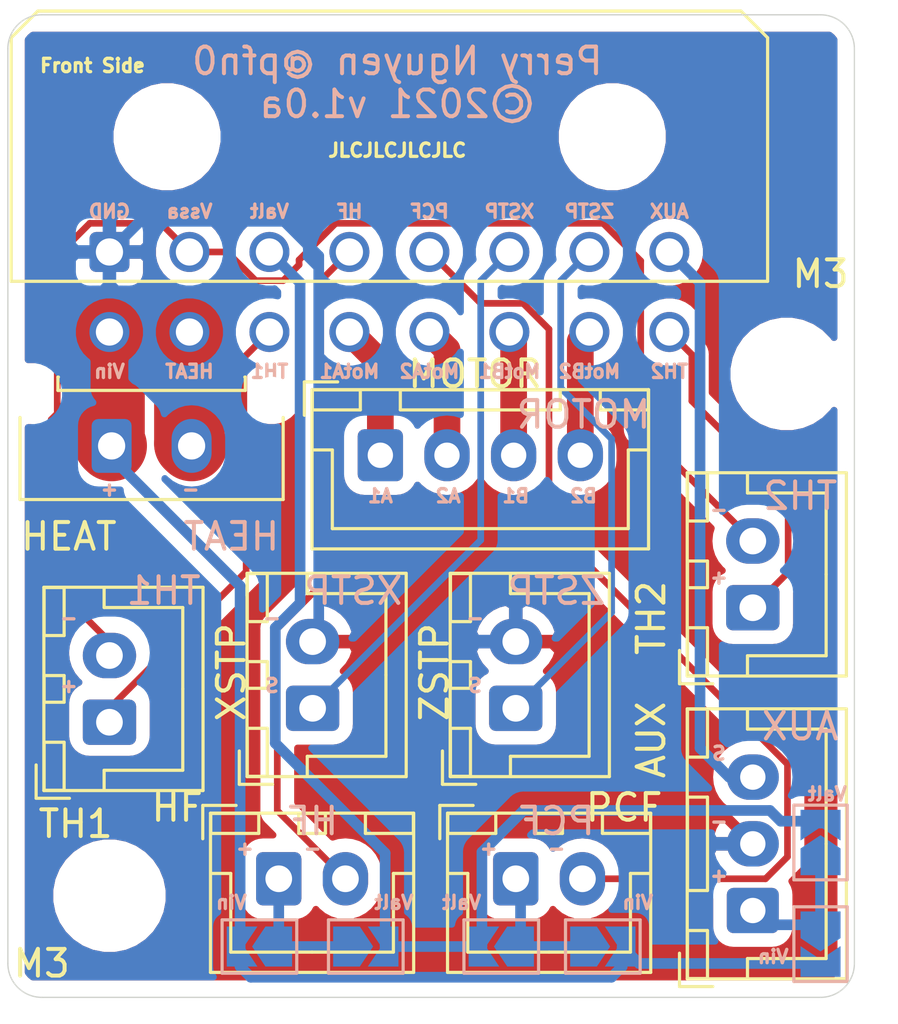
<source format=kicad_pcb>
(kicad_pcb (version 20171130) (host pcbnew "(5.1.10)-1")

  (general
    (thickness 1.6)
    (drawings 70)
    (tracks 105)
    (zones 0)
    (modules 18)
    (nets 20)
  )

  (page A4)
  (layers
    (0 F.Cu signal)
    (31 B.Cu power)
    (32 B.Adhes user)
    (33 F.Adhes user)
    (34 B.Paste user)
    (35 F.Paste user)
    (36 B.SilkS user)
    (37 F.SilkS user)
    (38 B.Mask user)
    (39 F.Mask user)
    (40 Dwgs.User user)
    (41 Cmts.User user)
    (42 Eco1.User user)
    (43 Eco2.User user)
    (44 Edge.Cuts user)
    (45 Margin user)
    (46 B.CrtYd user)
    (47 F.CrtYd user)
    (48 B.Fab user)
    (49 F.Fab user)
  )

  (setup
    (last_trace_width 0.4)
    (user_trace_width 0.4)
    (user_trace_width 1)
    (user_trace_width 2.65)
    (trace_clearance 0.2)
    (zone_clearance 0.508)
    (zone_45_only no)
    (trace_min 0.2)
    (via_size 0.8)
    (via_drill 0.4)
    (via_min_size 0.4)
    (via_min_drill 0.3)
    (uvia_size 0.3)
    (uvia_drill 0.1)
    (uvias_allowed no)
    (uvia_min_size 0.2)
    (uvia_min_drill 0.1)
    (edge_width 0.05)
    (segment_width 0.2)
    (pcb_text_width 0.3)
    (pcb_text_size 1.5 1.5)
    (mod_edge_width 0.12)
    (mod_text_size 1 1)
    (mod_text_width 0.15)
    (pad_size 2.7 2.7)
    (pad_drill 1.7)
    (pad_to_mask_clearance 0)
    (aux_axis_origin 0 0)
    (visible_elements 7FFFFFFF)
    (pcbplotparams
      (layerselection 0x010f0_ffffffff)
      (usegerberextensions false)
      (usegerberattributes true)
      (usegerberadvancedattributes true)
      (creategerberjobfile true)
      (excludeedgelayer true)
      (linewidth 0.100000)
      (plotframeref false)
      (viasonmask false)
      (mode 1)
      (useauxorigin false)
      (hpglpennumber 1)
      (hpglpenspeed 20)
      (hpglpendiameter 15.000000)
      (psnegative false)
      (psa4output false)
      (plotreference true)
      (plotvalue true)
      (plotinvisibletext false)
      (padsonsilk false)
      (subtractmaskfromsilk false)
      (outputformat 1)
      (mirror false)
      (drillshape 0)
      (scaleselection 1)
      (outputdirectory "gerber"))
  )

  (net 0 "")
  (net 1 /Valt)
  (net 2 /GND)
  (net 3 /Vin)
  (net 4 /Th)
  (net 5 /ThC)
  (net 6 /PCF-)
  (net 7 /HF-)
  (net 8 /XSTP)
  (net 9 /ZSTP)
  (net 10 /MOT4)
  (net 11 /MOT3)
  (net 12 /MOT2)
  (net 13 /MOT1)
  (net 14 /HF+)
  (net 15 /PCF+)
  (net 16 /HEAT)
  (net 17 /AUX)
  (net 18 /VSSA)
  (net 19 /AUX+)

  (net_class Default "This is the default net class."
    (clearance 0.2)
    (trace_width 0.25)
    (via_dia 0.8)
    (via_drill 0.4)
    (uvia_dia 0.3)
    (uvia_drill 0.1)
    (add_net /AUX)
    (add_net /AUX+)
    (add_net /GND)
    (add_net /HEAT)
    (add_net /HF+)
    (add_net /HF-)
    (add_net /MOT1)
    (add_net /MOT2)
    (add_net /MOT3)
    (add_net /MOT4)
    (add_net /PCF+)
    (add_net /PCF-)
    (add_net /Th)
    (add_net /ThC)
    (add_net /VSSA)
    (add_net /Valt)
    (add_net /Vin)
    (add_net /XSTP)
    (add_net /ZSTP)
  )

  (module Connector_Molex:Molex_Micro-Fit_3.0_43650-0215_1x02_P3.00mm_Vertical (layer F.Cu) (tedit 60FEF7CE) (tstamp 6100A4FF)
    (at 127.08128 40.28948)
    (descr "Molex Micro-Fit 3.0 Connector System, 43650-0215 (compatible alternatives: 43650-0216, 43650-0217), 2 Pins per row (http://www.molex.com/pdm_docs/sd/436500215_sd.pdf), generated with kicad-footprint-generator")
    (tags "connector Molex Micro-Fit_3.0 vertical")
    (path /6106A10E)
    (fp_text reference J1 (at 1.5 -3.67) (layer F.SilkS) hide
      (effects (font (size 1 1) (thickness 0.15)))
    )
    (fp_text value HEAT (at 1.5 4.5) (layer F.Fab)
      (effects (font (size 1 1) (thickness 0.15)))
    )
    (fp_line (start -3.82 3.8) (end -3.82 -2.97) (layer F.CrtYd) (width 0.05))
    (fp_line (start 6.82 3.8) (end -3.82 3.8) (layer F.CrtYd) (width 0.05))
    (fp_line (start 6.82 -2.97) (end 6.82 3.8) (layer F.CrtYd) (width 0.05))
    (fp_line (start -3.82 -2.97) (end 6.82 -2.97) (layer F.CrtYd) (width 0.05))
    (fp_line (start 5.015 -2.58) (end 4.995 -2.58) (layer F.SilkS) (width 0.12))
    (fp_line (start 5.015 -2.08) (end 5.015 -2.58) (layer F.SilkS) (width 0.12))
    (fp_line (start -2.015 -2.08) (end 5.015 -2.08) (layer F.SilkS) (width 0.12))
    (fp_line (start -2.015 -2.58) (end -2.015 -2.08) (layer F.SilkS) (width 0.12))
    (fp_line (start -1.995 -2.58) (end -2.015 -2.58) (layer F.SilkS) (width 0.12))
    (fp_line (start 6.435 2.01) (end 6.435 -1.065) (layer F.SilkS) (width 0.12))
    (fp_line (start -3.435 2.01) (end 6.435 2.01) (layer F.SilkS) (width 0.12))
    (fp_line (start -3.435 -1.065) (end -3.435 2.01) (layer F.SilkS) (width 0.12))
    (fp_line (start 0 -1.262893) (end 0.5 -1.97) (layer F.Fab) (width 0.1))
    (fp_line (start -0.5 -1.97) (end 0 -1.262893) (layer F.Fab) (width 0.1))
    (fp_line (start 2.2 3.3) (end 2.2 1.9) (layer F.Fab) (width 0.1))
    (fp_line (start 0.8 3.3) (end 2.2 3.3) (layer F.Fab) (width 0.1))
    (fp_line (start 0.8 1.9) (end 0.8 3.3) (layer F.Fab) (width 0.1))
    (fp_line (start 6.325 -1.34) (end 5.125 -1.97) (layer F.Fab) (width 0.1))
    (fp_line (start -3.325 -1.34) (end -2.125 -1.97) (layer F.Fab) (width 0.1))
    (fp_line (start 5.125 -1.97) (end -2.125 -1.97) (layer F.Fab) (width 0.1))
    (fp_line (start 5.125 -2.47) (end 5.125 -1.97) (layer F.Fab) (width 0.1))
    (fp_line (start 6.325 -2.47) (end 5.125 -2.47) (layer F.Fab) (width 0.1))
    (fp_line (start 6.325 1.9) (end 6.325 -2.47) (layer F.Fab) (width 0.1))
    (fp_line (start -3.325 1.9) (end 6.325 1.9) (layer F.Fab) (width 0.1))
    (fp_line (start -3.325 -2.47) (end -3.325 1.9) (layer F.Fab) (width 0.1))
    (fp_line (start -2.125 -2.47) (end -3.325 -2.47) (layer F.Fab) (width 0.1))
    (fp_line (start -2.125 -1.97) (end -2.125 -2.47) (layer F.Fab) (width 0.1))
    (fp_text user %R (at 1.5 1.2) (layer F.Fab)
      (effects (font (size 1 1) (thickness 0.15)))
    )
    (pad 2 thru_hole oval (at 3 0) (size 1.5 2.02) (drill 1.02) (layers *.Cu *.Mask)
      (net 16 /HEAT))
    (pad 1 thru_hole roundrect (at 0 0) (size 1.5 2.02) (drill 1.02) (layers *.Cu *.Mask) (roundrect_rratio 0.1666666666666667)
      (net 3 /Vin))
    (pad "" np_thru_hole circle (at 6 -1.96) (size 1.27 1.27) (drill 1.27) (layers *.Cu *.Mask))
    (pad "" np_thru_hole circle (at -3 -1.96) (size 1.27 1.27) (drill 1.27) (layers *.Cu *.Mask))
    (model ${KISYS3DMOD}/Connector_Molex.3dshapes/Molex_Micro-Fit_3.0_43650-0215_1x02_P3.00mm_Vertical.wrl
      (offset (xyz 1.5 -0.05 4.25))
      (scale (xyz 0.394 0.394 0.394))
      (rotate (xyz 0 0 180))
    )
  )

  (module Connector_Molex:Molex_Micro-Fit_3.0_43045-1600_2x08_P3.00mm_Horizontal (layer F.Cu) (tedit 60FEF369) (tstamp 60FC9EFE)
    (at 127 33.02)
    (descr "Molex Micro-Fit 3.0 Connector System, 43045-1600 (alternative finishes: 43045-160x), 8 Pins per row (https://www.molex.com/pdm_docs/sd/430450201_sd.pdf), generated with kicad-footprint-generator")
    (tags "connector Molex Micro-Fit_3.0 horizontal")
    (path /610EDC2A)
    (fp_text reference J0 (at 10.5 -8.128) (layer F.SilkS) hide
      (effects (font (size 1 1) (thickness 0.15)))
    )
    (fp_text value Input (at 10.5 5.7) (layer F.Fab)
      (effects (font (size 1 1) (thickness 0.15)))
    )
    (fp_line (start -1.25 1.49) (end -4.08 1.49) (layer F.CrtYd) (width 0.05))
    (fp_line (start -1.25 4.25) (end -1.25 1.49) (layer F.CrtYd) (width 0.05))
    (fp_line (start 22.25 4.25) (end -1.25 4.25) (layer F.CrtYd) (width 0.05))
    (fp_line (start 22.25 1.49) (end 22.25 4.25) (layer F.CrtYd) (width 0.05))
    (fp_line (start 25.08 1.49) (end 22.25 1.49) (layer F.CrtYd) (width 0.05))
    (fp_line (start 25.08 -9.42) (end 25.08 1.49) (layer F.CrtYd) (width 0.05))
    (fp_line (start -4.08 -9.42) (end 25.08 -9.42) (layer F.CrtYd) (width 0.05))
    (fp_line (start -4.08 1.49) (end -4.08 -9.42) (layer F.CrtYd) (width 0.05))
    (fp_line (start 24.685 1.1) (end -3.685 1.1) (layer F.SilkS) (width 0.12))
    (fp_line (start 24.685 -8.03) (end 24.685 1.1) (layer F.SilkS) (width 0.12))
    (fp_line (start 23.685 -9.03) (end 24.685 -8.03) (layer F.SilkS) (width 0.12))
    (fp_line (start -2.685 -9.03) (end 23.685 -9.03) (layer F.SilkS) (width 0.12))
    (fp_line (start -3.685 -8.03) (end -2.685 -9.03) (layer F.SilkS) (width 0.12))
    (fp_line (start -3.685 1.1) (end -3.685 -8.03) (layer F.SilkS) (width 0.12))
    (fp_line (start 0 0) (end 0.75 0.99) (layer F.Fab) (width 0.1))
    (fp_line (start -0.75 0.99) (end 0 0) (layer F.Fab) (width 0.1))
    (fp_line (start 24.575 0.99) (end -3.575 0.99) (layer F.Fab) (width 0.1))
    (fp_line (start 24.575 -7.92) (end 24.575 0.99) (layer F.Fab) (width 0.1))
    (fp_line (start 23.575 -8.92) (end 24.575 -7.92) (layer F.Fab) (width 0.1))
    (fp_line (start -2.575 -8.92) (end 23.575 -8.92) (layer F.Fab) (width 0.1))
    (fp_line (start -3.575 -7.92) (end -2.575 -8.92) (layer F.Fab) (width 0.1))
    (fp_line (start -3.575 0.99) (end -3.575 -7.92) (layer F.Fab) (width 0.1))
    (fp_text user %R (at 10.5 -8.22) (layer F.Fab)
      (effects (font (size 1 1) (thickness 0.15)))
    )
    (pad 16 thru_hole circle (at 21 3) (size 1.5 1.5) (drill 1.02) (layers *.Cu *.Mask)
      (net 5 /ThC))
    (pad 15 thru_hole circle (at 18 3) (size 1.5 1.5) (drill 1.02) (layers *.Cu *.Mask)
      (net 10 /MOT4))
    (pad 14 thru_hole circle (at 15 3) (size 1.5 1.5) (drill 1.02) (layers *.Cu *.Mask)
      (net 11 /MOT3))
    (pad 13 thru_hole circle (at 12 3) (size 1.5 1.5) (drill 1.02) (layers *.Cu *.Mask)
      (net 12 /MOT2))
    (pad 12 thru_hole circle (at 9 3) (size 1.5 1.5) (drill 1.02) (layers *.Cu *.Mask)
      (net 13 /MOT1))
    (pad 11 thru_hole circle (at 6 3) (size 1.5 1.5) (drill 1.02) (layers *.Cu *.Mask)
      (net 4 /Th))
    (pad 10 thru_hole circle (at 3 3) (size 1.5 1.5) (drill 1.02) (layers *.Cu *.Mask)
      (net 16 /HEAT))
    (pad 9 thru_hole circle (at 0 3) (size 1.5 1.5) (drill 1.02) (layers *.Cu *.Mask)
      (net 3 /Vin))
    (pad 8 thru_hole circle (at 21 0) (size 1.5 1.5) (drill 1.02) (layers *.Cu *.Mask)
      (net 17 /AUX))
    (pad 7 thru_hole circle (at 18 0) (size 1.5 1.5) (drill 1.02) (layers *.Cu *.Mask)
      (net 9 /ZSTP))
    (pad 6 thru_hole circle (at 15 0) (size 1.5 1.5) (drill 1.02) (layers *.Cu *.Mask)
      (net 8 /XSTP))
    (pad 5 thru_hole circle (at 12 0) (size 1.5 1.5) (drill 1.02) (layers *.Cu *.Mask)
      (net 6 /PCF-))
    (pad 4 thru_hole circle (at 9 0) (size 1.5 1.5) (drill 1.02) (layers *.Cu *.Mask)
      (net 7 /HF-))
    (pad 3 thru_hole circle (at 6 0) (size 1.5 1.5) (drill 1.02) (layers *.Cu *.Mask)
      (net 1 /Valt))
    (pad 2 thru_hole circle (at 3 0) (size 1.5 1.5) (drill 1.02) (layers *.Cu *.Mask)
      (net 18 /VSSA))
    (pad 1 thru_hole roundrect (at 0 0) (size 1.5 1.5) (drill 1.02) (layers *.Cu *.Mask) (roundrect_rratio 0.1666666666666667)
      (net 2 /GND))
    (pad "" np_thru_hole circle (at 18.86 -4.32) (size 3 3) (drill 3) (layers *.Cu *.Mask))
    (pad "" np_thru_hole circle (at 2.16 -4.32) (size 3 3) (drill 3) (layers *.Cu *.Mask))
    (model ${KISYS3DMOD}/Connector_Molex.3dshapes/Molex_Micro-Fit_3.0_43045-1600_2x08_P3.00mm_Horizontal.wrl
      (offset (xyz 10.5 4 3.95))
      (scale (xyz 0.393 0.393 0.393))
      (rotate (xyz -90 0 180))
    )
  )

  (module MountingHole:MountingHole_3.2mm_M3_ISO14580 (layer F.Cu) (tedit 56D1B4CB) (tstamp 60FE351E)
    (at 127 57.15)
    (descr "Mounting Hole 3.2mm, no annular, M3, ISO14580")
    (tags "mounting hole 3.2mm no annular m3 iso14580")
    (attr virtual)
    (fp_text reference M3 (at -2.54 2.54) (layer F.SilkS)
      (effects (font (size 1 1) (thickness 0.15)))
    )
    (fp_text value M3 (at 0 3.75) (layer F.Fab)
      (effects (font (size 1 1) (thickness 0.15)))
    )
    (fp_circle (center 0 0) (end 2.75 0) (layer Cmts.User) (width 0.15))
    (fp_circle (center 0 0) (end 3 0) (layer F.CrtYd) (width 0.05))
    (fp_text user %R (at 0.3 0) (layer F.Fab)
      (effects (font (size 1 1) (thickness 0.15)))
    )
    (pad 1 np_thru_hole circle (at 0 0) (size 3.2 3.2) (drill 3.2) (layers *.Cu *.Mask))
  )

  (module MountingHole:MountingHole_3.2mm_M3_ISO14580 (layer F.Cu) (tedit 56D1B4CB) (tstamp 60FE3386)
    (at 152.4 37.592)
    (descr "Mounting Hole 3.2mm, no annular, M3, ISO14580")
    (tags "mounting hole 3.2mm no annular m3 iso14580")
    (attr virtual)
    (fp_text reference M3 (at 1.27 -3.75) (layer F.SilkS)
      (effects (font (size 1 1) (thickness 0.15)))
    )
    (fp_text value M3 (at 0 3.75) (layer F.Fab)
      (effects (font (size 1 1) (thickness 0.15)))
    )
    (fp_circle (center 0 0) (end 3 0) (layer F.CrtYd) (width 0.05))
    (fp_circle (center 0 0) (end 2.75 0) (layer Cmts.User) (width 0.15))
    (fp_text user %R (at 0.3 0) (layer F.Fab)
      (effects (font (size 1 1) (thickness 0.15)))
    )
    (pad 1 np_thru_hole circle (at 0 0) (size 3.2 3.2) (drill 3.2) (layers *.Cu *.Mask))
  )

  (module Connector_JST:JST_XH_B2B-XH-A_1x02_P2.50mm_Vertical (layer F.Cu) (tedit 5C28146C) (tstamp 60FDA69D)
    (at 151.13 46.355 90)
    (descr "JST XH series connector, B2B-XH-A (http://www.jst-mfg.com/product/pdf/eng/eXH.pdf), generated with kicad-footprint-generator")
    (tags "connector JST XH vertical")
    (path /6122695C)
    (fp_text reference TH2 (at -0.381 -3.81 90) (layer F.SilkS)
      (effects (font (size 1 1) (thickness 0.15)))
    )
    (fp_text value 10K (at 1.25 4.6 90) (layer F.Fab)
      (effects (font (size 1 1) (thickness 0.15)))
    )
    (fp_line (start -2.85 -2.75) (end -2.85 -1.5) (layer F.SilkS) (width 0.12))
    (fp_line (start -1.6 -2.75) (end -2.85 -2.75) (layer F.SilkS) (width 0.12))
    (fp_line (start 4.3 2.75) (end 1.25 2.75) (layer F.SilkS) (width 0.12))
    (fp_line (start 4.3 -0.2) (end 4.3 2.75) (layer F.SilkS) (width 0.12))
    (fp_line (start 5.05 -0.2) (end 4.3 -0.2) (layer F.SilkS) (width 0.12))
    (fp_line (start -1.8 2.75) (end 1.25 2.75) (layer F.SilkS) (width 0.12))
    (fp_line (start -1.8 -0.2) (end -1.8 2.75) (layer F.SilkS) (width 0.12))
    (fp_line (start -2.55 -0.2) (end -1.8 -0.2) (layer F.SilkS) (width 0.12))
    (fp_line (start 5.05 -2.45) (end 3.25 -2.45) (layer F.SilkS) (width 0.12))
    (fp_line (start 5.05 -1.7) (end 5.05 -2.45) (layer F.SilkS) (width 0.12))
    (fp_line (start 3.25 -1.7) (end 5.05 -1.7) (layer F.SilkS) (width 0.12))
    (fp_line (start 3.25 -2.45) (end 3.25 -1.7) (layer F.SilkS) (width 0.12))
    (fp_line (start -0.75 -2.45) (end -2.55 -2.45) (layer F.SilkS) (width 0.12))
    (fp_line (start -0.75 -1.7) (end -0.75 -2.45) (layer F.SilkS) (width 0.12))
    (fp_line (start -2.55 -1.7) (end -0.75 -1.7) (layer F.SilkS) (width 0.12))
    (fp_line (start -2.55 -2.45) (end -2.55 -1.7) (layer F.SilkS) (width 0.12))
    (fp_line (start 1.75 -2.45) (end 0.75 -2.45) (layer F.SilkS) (width 0.12))
    (fp_line (start 1.75 -1.7) (end 1.75 -2.45) (layer F.SilkS) (width 0.12))
    (fp_line (start 0.75 -1.7) (end 1.75 -1.7) (layer F.SilkS) (width 0.12))
    (fp_line (start 0.75 -2.45) (end 0.75 -1.7) (layer F.SilkS) (width 0.12))
    (fp_line (start 0 -1.35) (end 0.625 -2.35) (layer F.Fab) (width 0.1))
    (fp_line (start -0.625 -2.35) (end 0 -1.35) (layer F.Fab) (width 0.1))
    (fp_line (start 5.45 -2.85) (end -2.95 -2.85) (layer F.CrtYd) (width 0.05))
    (fp_line (start 5.45 3.9) (end 5.45 -2.85) (layer F.CrtYd) (width 0.05))
    (fp_line (start -2.95 3.9) (end 5.45 3.9) (layer F.CrtYd) (width 0.05))
    (fp_line (start -2.95 -2.85) (end -2.95 3.9) (layer F.CrtYd) (width 0.05))
    (fp_line (start 5.06 -2.46) (end -2.56 -2.46) (layer F.SilkS) (width 0.12))
    (fp_line (start 5.06 3.51) (end 5.06 -2.46) (layer F.SilkS) (width 0.12))
    (fp_line (start -2.56 3.51) (end 5.06 3.51) (layer F.SilkS) (width 0.12))
    (fp_line (start -2.56 -2.46) (end -2.56 3.51) (layer F.SilkS) (width 0.12))
    (fp_line (start 4.95 -2.35) (end -2.45 -2.35) (layer F.Fab) (width 0.1))
    (fp_line (start 4.95 3.4) (end 4.95 -2.35) (layer F.Fab) (width 0.1))
    (fp_line (start -2.45 3.4) (end 4.95 3.4) (layer F.Fab) (width 0.1))
    (fp_line (start -2.45 -2.35) (end -2.45 3.4) (layer F.Fab) (width 0.1))
    (fp_text user %R (at 1.25 2.7 90) (layer F.Fab)
      (effects (font (size 1 1) (thickness 0.15)))
    )
    (pad 2 thru_hole oval (at 2.5 0 90) (size 1.7 2) (drill 1) (layers *.Cu *.Mask)
      (net 18 /VSSA))
    (pad 1 thru_hole roundrect (at 0 0 90) (size 1.7 2) (drill 1) (layers *.Cu *.Mask) (roundrect_rratio 0.1470588235294118)
      (net 5 /ThC))
    (model ${KISYS3DMOD}/Connector_JST.3dshapes/JST_XH_B2B-XH-A_1x02_P2.50mm_Vertical.wrl
      (at (xyz 0 0 0))
      (scale (xyz 1 1 1))
      (rotate (xyz 0 0 0))
    )
  )

  (module Connector_JST:JST_XH_B3B-XH-A_1x03_P2.50mm_Vertical (layer F.Cu) (tedit 5C28146C) (tstamp 60FCA044)
    (at 151.13 57.705 90)
    (descr "JST XH series connector, B3B-XH-A (http://www.jst-mfg.com/product/pdf/eng/eXH.pdf), generated with kicad-footprint-generator")
    (tags "connector JST XH vertical")
    (path /61193758)
    (fp_text reference J8 (at 2.5 -3.55 90) (layer F.SilkS) hide
      (effects (font (size 1 1) (thickness 0.15)))
    )
    (fp_text value AUX (at 2.5 4.6 90) (layer F.Fab)
      (effects (font (size 1 1) (thickness 0.15)))
    )
    (fp_line (start -2.85 -2.75) (end -2.85 -1.5) (layer F.SilkS) (width 0.12))
    (fp_line (start -1.6 -2.75) (end -2.85 -2.75) (layer F.SilkS) (width 0.12))
    (fp_line (start 6.8 2.75) (end 2.5 2.75) (layer F.SilkS) (width 0.12))
    (fp_line (start 6.8 -0.2) (end 6.8 2.75) (layer F.SilkS) (width 0.12))
    (fp_line (start 7.55 -0.2) (end 6.8 -0.2) (layer F.SilkS) (width 0.12))
    (fp_line (start -1.8 2.75) (end 2.5 2.75) (layer F.SilkS) (width 0.12))
    (fp_line (start -1.8 -0.2) (end -1.8 2.75) (layer F.SilkS) (width 0.12))
    (fp_line (start -2.55 -0.2) (end -1.8 -0.2) (layer F.SilkS) (width 0.12))
    (fp_line (start 7.55 -2.45) (end 5.75 -2.45) (layer F.SilkS) (width 0.12))
    (fp_line (start 7.55 -1.7) (end 7.55 -2.45) (layer F.SilkS) (width 0.12))
    (fp_line (start 5.75 -1.7) (end 7.55 -1.7) (layer F.SilkS) (width 0.12))
    (fp_line (start 5.75 -2.45) (end 5.75 -1.7) (layer F.SilkS) (width 0.12))
    (fp_line (start -0.75 -2.45) (end -2.55 -2.45) (layer F.SilkS) (width 0.12))
    (fp_line (start -0.75 -1.7) (end -0.75 -2.45) (layer F.SilkS) (width 0.12))
    (fp_line (start -2.55 -1.7) (end -0.75 -1.7) (layer F.SilkS) (width 0.12))
    (fp_line (start -2.55 -2.45) (end -2.55 -1.7) (layer F.SilkS) (width 0.12))
    (fp_line (start 4.25 -2.45) (end 0.75 -2.45) (layer F.SilkS) (width 0.12))
    (fp_line (start 4.25 -1.7) (end 4.25 -2.45) (layer F.SilkS) (width 0.12))
    (fp_line (start 0.75 -1.7) (end 4.25 -1.7) (layer F.SilkS) (width 0.12))
    (fp_line (start 0.75 -2.45) (end 0.75 -1.7) (layer F.SilkS) (width 0.12))
    (fp_line (start 0 -1.35) (end 0.625 -2.35) (layer F.Fab) (width 0.1))
    (fp_line (start -0.625 -2.35) (end 0 -1.35) (layer F.Fab) (width 0.1))
    (fp_line (start 7.95 -2.85) (end -2.95 -2.85) (layer F.CrtYd) (width 0.05))
    (fp_line (start 7.95 3.9) (end 7.95 -2.85) (layer F.CrtYd) (width 0.05))
    (fp_line (start -2.95 3.9) (end 7.95 3.9) (layer F.CrtYd) (width 0.05))
    (fp_line (start -2.95 -2.85) (end -2.95 3.9) (layer F.CrtYd) (width 0.05))
    (fp_line (start 7.56 -2.46) (end -2.56 -2.46) (layer F.SilkS) (width 0.12))
    (fp_line (start 7.56 3.51) (end 7.56 -2.46) (layer F.SilkS) (width 0.12))
    (fp_line (start -2.56 3.51) (end 7.56 3.51) (layer F.SilkS) (width 0.12))
    (fp_line (start -2.56 -2.46) (end -2.56 3.51) (layer F.SilkS) (width 0.12))
    (fp_line (start 7.45 -2.35) (end -2.45 -2.35) (layer F.Fab) (width 0.1))
    (fp_line (start 7.45 3.4) (end 7.45 -2.35) (layer F.Fab) (width 0.1))
    (fp_line (start -2.45 3.4) (end 7.45 3.4) (layer F.Fab) (width 0.1))
    (fp_line (start -2.45 -2.35) (end -2.45 3.4) (layer F.Fab) (width 0.1))
    (fp_text user %R (at 2.5 2.7 90) (layer F.Fab)
      (effects (font (size 1 1) (thickness 0.15)))
    )
    (pad 3 thru_hole oval (at 5 0 90) (size 1.7 1.95) (drill 0.95) (layers *.Cu *.Mask)
      (net 17 /AUX))
    (pad 2 thru_hole oval (at 2.5 0 90) (size 1.7 1.95) (drill 0.95) (layers *.Cu *.Mask)
      (net 2 /GND))
    (pad 1 thru_hole roundrect (at 0 0 90) (size 1.7 1.95) (drill 0.95) (layers *.Cu *.Mask) (roundrect_rratio 0.1470588235294118)
      (net 19 /AUX+))
    (model ${KISYS3DMOD}/Connector_JST.3dshapes/JST_XH_B3B-XH-A_1x03_P2.50mm_Vertical.wrl
      (at (xyz 0 0 0))
      (scale (xyz 1 1 1))
      (rotate (xyz 0 0 0))
    )
  )

  (module Jumper:SolderJumper-2_P1.3mm_Open_TrianglePad1.0x1.5mm (layer B.Cu) (tedit 5A64794F) (tstamp 60FCA098)
    (at 153.67 55.155 90)
    (descr "SMD Solder Jumper, 1x1.5mm Triangular Pads, 0.3mm gap, open")
    (tags "solder jumper open")
    (path /6106BDFB)
    (attr virtual)
    (fp_text reference JP6 (at 0 1.8 270) (layer B.SilkS) hide
      (effects (font (size 1 1) (thickness 0.15)) (justify mirror))
    )
    (fp_text value Aux1Valt (at 0 -1.9 270) (layer B.Fab)
      (effects (font (size 1 1) (thickness 0.15)) (justify mirror))
    )
    (fp_line (start 1.65 -1.25) (end -1.65 -1.25) (layer B.CrtYd) (width 0.05))
    (fp_line (start 1.65 -1.25) (end 1.65 1.25) (layer B.CrtYd) (width 0.05))
    (fp_line (start -1.65 1.25) (end -1.65 -1.25) (layer B.CrtYd) (width 0.05))
    (fp_line (start -1.65 1.25) (end 1.65 1.25) (layer B.CrtYd) (width 0.05))
    (fp_line (start -1.4 1) (end 1.4 1) (layer B.SilkS) (width 0.12))
    (fp_line (start 1.4 1) (end 1.4 -1) (layer B.SilkS) (width 0.12))
    (fp_line (start 1.4 -1) (end -1.4 -1) (layer B.SilkS) (width 0.12))
    (fp_line (start -1.4 -1) (end -1.4 1) (layer B.SilkS) (width 0.12))
    (pad 1 smd custom (at -0.725 0 90) (size 0.3 0.3) (layers B.Cu B.Mask)
      (net 19 /AUX+) (zone_connect 2)
      (options (clearance outline) (anchor rect))
      (primitives
        (gr_poly (pts
           (xy -0.5 0.75) (xy 0.5 0.75) (xy 1 0) (xy 0.5 -0.75) (xy -0.5 -0.75)
) (width 0))
      ))
    (pad 2 smd custom (at 0.725 0 90) (size 0.3 0.3) (layers B.Cu B.Mask)
      (net 1 /Valt) (zone_connect 2)
      (options (clearance outline) (anchor rect))
      (primitives
        (gr_poly (pts
           (xy -0.65 0.75) (xy 0.5 0.75) (xy 0.5 -0.75) (xy -0.65 -0.75) (xy -0.15 0)
) (width 0))
      ))
  )

  (module Jumper:SolderJumper-2_P1.3mm_Open_TrianglePad1.0x1.5mm (layer B.Cu) (tedit 5A64794F) (tstamp 60FCA08A)
    (at 153.67 58.965 270)
    (descr "SMD Solder Jumper, 1x1.5mm Triangular Pads, 0.3mm gap, open")
    (tags "solder jumper open")
    (path /6106B8A1)
    (attr virtual)
    (fp_text reference JP5 (at 0 1.8 270) (layer B.SilkS) hide
      (effects (font (size 1 1) (thickness 0.15)) (justify mirror))
    )
    (fp_text value Aux1Vin (at 0 -1.9 270) (layer B.Fab)
      (effects (font (size 1 1) (thickness 0.15)) (justify mirror))
    )
    (fp_line (start 1.65 -1.25) (end -1.65 -1.25) (layer B.CrtYd) (width 0.05))
    (fp_line (start 1.65 -1.25) (end 1.65 1.25) (layer B.CrtYd) (width 0.05))
    (fp_line (start -1.65 1.25) (end -1.65 -1.25) (layer B.CrtYd) (width 0.05))
    (fp_line (start -1.65 1.25) (end 1.65 1.25) (layer B.CrtYd) (width 0.05))
    (fp_line (start -1.4 1) (end 1.4 1) (layer B.SilkS) (width 0.12))
    (fp_line (start 1.4 1) (end 1.4 -1) (layer B.SilkS) (width 0.12))
    (fp_line (start 1.4 -1) (end -1.4 -1) (layer B.SilkS) (width 0.12))
    (fp_line (start -1.4 -1) (end -1.4 1) (layer B.SilkS) (width 0.12))
    (pad 1 smd custom (at -0.725 0 270) (size 0.3 0.3) (layers B.Cu B.Mask)
      (net 19 /AUX+) (zone_connect 2)
      (options (clearance outline) (anchor rect))
      (primitives
        (gr_poly (pts
           (xy -0.5 0.75) (xy 0.5 0.75) (xy 1 0) (xy 0.5 -0.75) (xy -0.5 -0.75)
) (width 0))
      ))
    (pad 2 smd custom (at 0.725 0 270) (size 0.3 0.3) (layers B.Cu B.Mask)
      (net 3 /Vin) (zone_connect 2)
      (options (clearance outline) (anchor rect))
      (primitives
        (gr_poly (pts
           (xy -0.65 0.75) (xy 0.5 0.75) (xy 0.5 -0.75) (xy -0.65 -0.75) (xy -0.15 0)
) (width 0))
      ))
  )

  (module Jumper:SolderJumper-2_P1.3mm_Open_TrianglePad1.0x1.5mm (layer B.Cu) (tedit 5A64794F) (tstamp 60FCA07C)
    (at 141.695 59.055 180)
    (descr "SMD Solder Jumper, 1x1.5mm Triangular Pads, 0.3mm gap, open")
    (tags "solder jumper open")
    (path /6106B512)
    (attr virtual)
    (fp_text reference JP4 (at 0 1.8 180) (layer B.SilkS) hide
      (effects (font (size 1 1) (thickness 0.15)) (justify mirror))
    )
    (fp_text value PCFValt (at 0 -1.9 180) (layer B.Fab)
      (effects (font (size 1 1) (thickness 0.15)) (justify mirror))
    )
    (fp_line (start 1.65 -1.25) (end -1.65 -1.25) (layer B.CrtYd) (width 0.05))
    (fp_line (start 1.65 -1.25) (end 1.65 1.25) (layer B.CrtYd) (width 0.05))
    (fp_line (start -1.65 1.25) (end -1.65 -1.25) (layer B.CrtYd) (width 0.05))
    (fp_line (start -1.65 1.25) (end 1.65 1.25) (layer B.CrtYd) (width 0.05))
    (fp_line (start -1.4 1) (end 1.4 1) (layer B.SilkS) (width 0.12))
    (fp_line (start 1.4 1) (end 1.4 -1) (layer B.SilkS) (width 0.12))
    (fp_line (start 1.4 -1) (end -1.4 -1) (layer B.SilkS) (width 0.12))
    (fp_line (start -1.4 -1) (end -1.4 1) (layer B.SilkS) (width 0.12))
    (pad 1 smd custom (at -0.725 0 180) (size 0.3 0.3) (layers B.Cu B.Mask)
      (net 15 /PCF+) (zone_connect 2)
      (options (clearance outline) (anchor rect))
      (primitives
        (gr_poly (pts
           (xy -0.5 0.75) (xy 0.5 0.75) (xy 1 0) (xy 0.5 -0.75) (xy -0.5 -0.75)
) (width 0))
      ))
    (pad 2 smd custom (at 0.725 0 180) (size 0.3 0.3) (layers B.Cu B.Mask)
      (net 1 /Valt) (zone_connect 2)
      (options (clearance outline) (anchor rect))
      (primitives
        (gr_poly (pts
           (xy -0.65 0.75) (xy 0.5 0.75) (xy 0.5 -0.75) (xy -0.65 -0.75) (xy -0.15 0)
) (width 0))
      ))
  )

  (module Jumper:SolderJumper-2_P1.3mm_Open_TrianglePad1.0x1.5mm (layer B.Cu) (tedit 5A64794F) (tstamp 60FCA06E)
    (at 145.505 59.055)
    (descr "SMD Solder Jumper, 1x1.5mm Triangular Pads, 0.3mm gap, open")
    (tags "solder jumper open")
    (path /6106B0B5)
    (attr virtual)
    (fp_text reference JP3 (at 0 1.8 180) (layer B.SilkS) hide
      (effects (font (size 1 1) (thickness 0.15)) (justify mirror))
    )
    (fp_text value PCFVin (at 0 -1.9 180) (layer B.Fab)
      (effects (font (size 1 1) (thickness 0.15)) (justify mirror))
    )
    (fp_line (start -1.4 -1) (end -1.4 1) (layer B.SilkS) (width 0.12))
    (fp_line (start 1.4 -1) (end -1.4 -1) (layer B.SilkS) (width 0.12))
    (fp_line (start 1.4 1) (end 1.4 -1) (layer B.SilkS) (width 0.12))
    (fp_line (start -1.4 1) (end 1.4 1) (layer B.SilkS) (width 0.12))
    (fp_line (start -1.65 1.25) (end 1.65 1.25) (layer B.CrtYd) (width 0.05))
    (fp_line (start -1.65 1.25) (end -1.65 -1.25) (layer B.CrtYd) (width 0.05))
    (fp_line (start 1.65 -1.25) (end 1.65 1.25) (layer B.CrtYd) (width 0.05))
    (fp_line (start 1.65 -1.25) (end -1.65 -1.25) (layer B.CrtYd) (width 0.05))
    (pad 2 smd custom (at 0.725 0) (size 0.3 0.3) (layers B.Cu B.Mask)
      (net 3 /Vin) (zone_connect 2)
      (options (clearance outline) (anchor rect))
      (primitives
        (gr_poly (pts
           (xy -0.65 0.75) (xy 0.5 0.75) (xy 0.5 -0.75) (xy -0.65 -0.75) (xy -0.15 0)
) (width 0))
      ))
    (pad 1 smd custom (at -0.725 0) (size 0.3 0.3) (layers B.Cu B.Mask)
      (net 15 /PCF+) (zone_connect 2)
      (options (clearance outline) (anchor rect))
      (primitives
        (gr_poly (pts
           (xy -0.5 0.75) (xy 0.5 0.75) (xy 1 0) (xy 0.5 -0.75) (xy -0.5 -0.75)
) (width 0))
      ))
  )

  (module Jumper:SolderJumper-2_P1.3mm_Open_TrianglePad1.0x1.5mm (layer B.Cu) (tedit 5A64794F) (tstamp 60FCA060)
    (at 136.615 59.055)
    (descr "SMD Solder Jumper, 1x1.5mm Triangular Pads, 0.3mm gap, open")
    (tags "solder jumper open")
    (path /6106ACE5)
    (attr virtual)
    (fp_text reference JP2 (at 0 1.8) (layer B.SilkS) hide
      (effects (font (size 1 1) (thickness 0.15)) (justify mirror))
    )
    (fp_text value HFValt (at 0 -1.9) (layer B.Fab)
      (effects (font (size 1 1) (thickness 0.15)) (justify mirror))
    )
    (fp_line (start 1.65 -1.25) (end -1.65 -1.25) (layer B.CrtYd) (width 0.05))
    (fp_line (start 1.65 -1.25) (end 1.65 1.25) (layer B.CrtYd) (width 0.05))
    (fp_line (start -1.65 1.25) (end -1.65 -1.25) (layer B.CrtYd) (width 0.05))
    (fp_line (start -1.65 1.25) (end 1.65 1.25) (layer B.CrtYd) (width 0.05))
    (fp_line (start -1.4 1) (end 1.4 1) (layer B.SilkS) (width 0.12))
    (fp_line (start 1.4 1) (end 1.4 -1) (layer B.SilkS) (width 0.12))
    (fp_line (start 1.4 -1) (end -1.4 -1) (layer B.SilkS) (width 0.12))
    (fp_line (start -1.4 -1) (end -1.4 1) (layer B.SilkS) (width 0.12))
    (pad 1 smd custom (at -0.725 0) (size 0.3 0.3) (layers B.Cu B.Mask)
      (net 14 /HF+) (zone_connect 2)
      (options (clearance outline) (anchor rect))
      (primitives
        (gr_poly (pts
           (xy -0.5 0.75) (xy 0.5 0.75) (xy 1 0) (xy 0.5 -0.75) (xy -0.5 -0.75)
) (width 0))
      ))
    (pad 2 smd custom (at 0.725 0) (size 0.3 0.3) (layers B.Cu B.Mask)
      (net 1 /Valt) (zone_connect 2)
      (options (clearance outline) (anchor rect))
      (primitives
        (gr_poly (pts
           (xy -0.65 0.75) (xy 0.5 0.75) (xy 0.5 -0.75) (xy -0.65 -0.75) (xy -0.15 0)
) (width 0))
      ))
  )

  (module Jumper:SolderJumper-2_P1.3mm_Open_TrianglePad1.0x1.5mm (layer B.Cu) (tedit 5A64794F) (tstamp 60FCA052)
    (at 132.625 59.055 180)
    (descr "SMD Solder Jumper, 1x1.5mm Triangular Pads, 0.3mm gap, open")
    (tags "solder jumper open")
    (path /61064DB7)
    (attr virtual)
    (fp_text reference JP1 (at 0 1.8) (layer B.SilkS) hide
      (effects (font (size 1 1) (thickness 0.15)) (justify mirror))
    )
    (fp_text value HFVin (at 0 -1.9) (layer B.Fab)
      (effects (font (size 1 1) (thickness 0.15)) (justify mirror))
    )
    (fp_line (start 1.65 -1.25) (end -1.65 -1.25) (layer B.CrtYd) (width 0.05))
    (fp_line (start 1.65 -1.25) (end 1.65 1.25) (layer B.CrtYd) (width 0.05))
    (fp_line (start -1.65 1.25) (end -1.65 -1.25) (layer B.CrtYd) (width 0.05))
    (fp_line (start -1.65 1.25) (end 1.65 1.25) (layer B.CrtYd) (width 0.05))
    (fp_line (start -1.4 1) (end 1.4 1) (layer B.SilkS) (width 0.12))
    (fp_line (start 1.4 1) (end 1.4 -1) (layer B.SilkS) (width 0.12))
    (fp_line (start 1.4 -1) (end -1.4 -1) (layer B.SilkS) (width 0.12))
    (fp_line (start -1.4 -1) (end -1.4 1) (layer B.SilkS) (width 0.12))
    (pad 1 smd custom (at -0.725 0 180) (size 0.3 0.3) (layers B.Cu B.Mask)
      (net 14 /HF+) (zone_connect 2)
      (options (clearance outline) (anchor rect))
      (primitives
        (gr_poly (pts
           (xy -0.5 0.75) (xy 0.5 0.75) (xy 1 0) (xy 0.5 -0.75) (xy -0.5 -0.75)
) (width 0))
      ))
    (pad 2 smd custom (at 0.725 0 180) (size 0.3 0.3) (layers B.Cu B.Mask)
      (net 3 /Vin) (zone_connect 2)
      (options (clearance outline) (anchor rect))
      (primitives
        (gr_poly (pts
           (xy -0.65 0.75) (xy 0.5 0.75) (xy 0.5 -0.75) (xy -0.65 -0.75) (xy -0.15 0)
) (width 0))
      ))
  )

  (module Connector_JST:JST_XH_B4B-XH-A_1x04_P2.50mm_Vertical (layer F.Cu) (tedit 5C28146C) (tstamp 60FCA01A)
    (at 137.16 40.64)
    (descr "JST XH series connector, B4B-XH-A (http://www.jst-mfg.com/product/pdf/eng/eXH.pdf), generated with kicad-footprint-generator")
    (tags "connector JST XH vertical")
    (path /61063D54)
    (fp_text reference J7 (at 3.75 -3.55) (layer F.SilkS) hide
      (effects (font (size 1 1) (thickness 0.15)))
    )
    (fp_text value MOT (at 3.75 4.6) (layer F.Fab)
      (effects (font (size 1 1) (thickness 0.15)))
    )
    (fp_line (start -2.85 -2.75) (end -2.85 -1.5) (layer F.SilkS) (width 0.12))
    (fp_line (start -1.6 -2.75) (end -2.85 -2.75) (layer F.SilkS) (width 0.12))
    (fp_line (start 9.3 2.75) (end 3.75 2.75) (layer F.SilkS) (width 0.12))
    (fp_line (start 9.3 -0.2) (end 9.3 2.75) (layer F.SilkS) (width 0.12))
    (fp_line (start 10.05 -0.2) (end 9.3 -0.2) (layer F.SilkS) (width 0.12))
    (fp_line (start -1.8 2.75) (end 3.75 2.75) (layer F.SilkS) (width 0.12))
    (fp_line (start -1.8 -0.2) (end -1.8 2.75) (layer F.SilkS) (width 0.12))
    (fp_line (start -2.55 -0.2) (end -1.8 -0.2) (layer F.SilkS) (width 0.12))
    (fp_line (start 10.05 -2.45) (end 8.25 -2.45) (layer F.SilkS) (width 0.12))
    (fp_line (start 10.05 -1.7) (end 10.05 -2.45) (layer F.SilkS) (width 0.12))
    (fp_line (start 8.25 -1.7) (end 10.05 -1.7) (layer F.SilkS) (width 0.12))
    (fp_line (start 8.25 -2.45) (end 8.25 -1.7) (layer F.SilkS) (width 0.12))
    (fp_line (start -0.75 -2.45) (end -2.55 -2.45) (layer F.SilkS) (width 0.12))
    (fp_line (start -0.75 -1.7) (end -0.75 -2.45) (layer F.SilkS) (width 0.12))
    (fp_line (start -2.55 -1.7) (end -0.75 -1.7) (layer F.SilkS) (width 0.12))
    (fp_line (start -2.55 -2.45) (end -2.55 -1.7) (layer F.SilkS) (width 0.12))
    (fp_line (start 6.75 -2.45) (end 0.75 -2.45) (layer F.SilkS) (width 0.12))
    (fp_line (start 6.75 -1.7) (end 6.75 -2.45) (layer F.SilkS) (width 0.12))
    (fp_line (start 0.75 -1.7) (end 6.75 -1.7) (layer F.SilkS) (width 0.12))
    (fp_line (start 0.75 -2.45) (end 0.75 -1.7) (layer F.SilkS) (width 0.12))
    (fp_line (start 0 -1.35) (end 0.625 -2.35) (layer F.Fab) (width 0.1))
    (fp_line (start -0.625 -2.35) (end 0 -1.35) (layer F.Fab) (width 0.1))
    (fp_line (start 10.45 -2.85) (end -2.95 -2.85) (layer F.CrtYd) (width 0.05))
    (fp_line (start 10.45 3.9) (end 10.45 -2.85) (layer F.CrtYd) (width 0.05))
    (fp_line (start -2.95 3.9) (end 10.45 3.9) (layer F.CrtYd) (width 0.05))
    (fp_line (start -2.95 -2.85) (end -2.95 3.9) (layer F.CrtYd) (width 0.05))
    (fp_line (start 10.06 -2.46) (end -2.56 -2.46) (layer F.SilkS) (width 0.12))
    (fp_line (start 10.06 3.51) (end 10.06 -2.46) (layer F.SilkS) (width 0.12))
    (fp_line (start -2.56 3.51) (end 10.06 3.51) (layer F.SilkS) (width 0.12))
    (fp_line (start -2.56 -2.46) (end -2.56 3.51) (layer F.SilkS) (width 0.12))
    (fp_line (start 9.95 -2.35) (end -2.45 -2.35) (layer F.Fab) (width 0.1))
    (fp_line (start 9.95 3.4) (end 9.95 -2.35) (layer F.Fab) (width 0.1))
    (fp_line (start -2.45 3.4) (end 9.95 3.4) (layer F.Fab) (width 0.1))
    (fp_line (start -2.45 -2.35) (end -2.45 3.4) (layer F.Fab) (width 0.1))
    (fp_text user %R (at 3.75 2.7) (layer F.Fab)
      (effects (font (size 1 1) (thickness 0.15)))
    )
    (pad 4 thru_hole oval (at 7.5 0) (size 1.7 1.95) (drill 0.95) (layers *.Cu *.Mask)
      (net 10 /MOT4))
    (pad 3 thru_hole oval (at 5 0) (size 1.7 1.95) (drill 0.95) (layers *.Cu *.Mask)
      (net 11 /MOT3))
    (pad 2 thru_hole oval (at 2.5 0) (size 1.7 1.95) (drill 0.95) (layers *.Cu *.Mask)
      (net 12 /MOT2))
    (pad 1 thru_hole roundrect (at 0 0) (size 1.7 1.95) (drill 0.95) (layers *.Cu *.Mask) (roundrect_rratio 0.1470588235294118)
      (net 13 /MOT1))
    (model ${KISYS3DMOD}/Connector_JST.3dshapes/JST_XH_B4B-XH-A_1x04_P2.50mm_Vertical.wrl
      (at (xyz 0 0 0))
      (scale (xyz 1 1 1))
      (rotate (xyz 0 0 0))
    )
  )

  (module Connector_JST:JST_XH_B2B-XH-A_1x02_P2.50mm_Vertical (layer F.Cu) (tedit 5C28146C) (tstamp 60FF3FE5)
    (at 127 50.6476 90)
    (descr "JST XH series connector, B2B-XH-A (http://www.jst-mfg.com/product/pdf/eng/eXH.pdf), generated with kicad-footprint-generator")
    (tags "connector JST XH vertical")
    (path /6106A377)
    (fp_text reference TH1 (at -3.81 -1.27 180) (layer F.SilkS)
      (effects (font (size 1 1) (thickness 0.15)))
    )
    (fp_text value 100K (at 1.25 4.6 90) (layer F.Fab)
      (effects (font (size 1 1) (thickness 0.15)))
    )
    (fp_line (start -2.85 -2.75) (end -2.85 -1.5) (layer F.SilkS) (width 0.12))
    (fp_line (start -1.6 -2.75) (end -2.85 -2.75) (layer F.SilkS) (width 0.12))
    (fp_line (start 4.3 2.75) (end 1.25 2.75) (layer F.SilkS) (width 0.12))
    (fp_line (start 4.3 -0.2) (end 4.3 2.75) (layer F.SilkS) (width 0.12))
    (fp_line (start 5.05 -0.2) (end 4.3 -0.2) (layer F.SilkS) (width 0.12))
    (fp_line (start -1.8 2.75) (end 1.25 2.75) (layer F.SilkS) (width 0.12))
    (fp_line (start -1.8 -0.2) (end -1.8 2.75) (layer F.SilkS) (width 0.12))
    (fp_line (start -2.55 -0.2) (end -1.8 -0.2) (layer F.SilkS) (width 0.12))
    (fp_line (start 5.05 -2.45) (end 3.25 -2.45) (layer F.SilkS) (width 0.12))
    (fp_line (start 5.05 -1.7) (end 5.05 -2.45) (layer F.SilkS) (width 0.12))
    (fp_line (start 3.25 -1.7) (end 5.05 -1.7) (layer F.SilkS) (width 0.12))
    (fp_line (start 3.25 -2.45) (end 3.25 -1.7) (layer F.SilkS) (width 0.12))
    (fp_line (start -0.75 -2.45) (end -2.55 -2.45) (layer F.SilkS) (width 0.12))
    (fp_line (start -0.75 -1.7) (end -0.75 -2.45) (layer F.SilkS) (width 0.12))
    (fp_line (start -2.55 -1.7) (end -0.75 -1.7) (layer F.SilkS) (width 0.12))
    (fp_line (start -2.55 -2.45) (end -2.55 -1.7) (layer F.SilkS) (width 0.12))
    (fp_line (start 1.75 -2.45) (end 0.75 -2.45) (layer F.SilkS) (width 0.12))
    (fp_line (start 1.75 -1.7) (end 1.75 -2.45) (layer F.SilkS) (width 0.12))
    (fp_line (start 0.75 -1.7) (end 1.75 -1.7) (layer F.SilkS) (width 0.12))
    (fp_line (start 0.75 -2.45) (end 0.75 -1.7) (layer F.SilkS) (width 0.12))
    (fp_line (start 0 -1.35) (end 0.625 -2.35) (layer F.Fab) (width 0.1))
    (fp_line (start -0.625 -2.35) (end 0 -1.35) (layer F.Fab) (width 0.1))
    (fp_line (start 5.45 -2.85) (end -2.95 -2.85) (layer F.CrtYd) (width 0.05))
    (fp_line (start 5.45 3.9) (end 5.45 -2.85) (layer F.CrtYd) (width 0.05))
    (fp_line (start -2.95 3.9) (end 5.45 3.9) (layer F.CrtYd) (width 0.05))
    (fp_line (start -2.95 -2.85) (end -2.95 3.9) (layer F.CrtYd) (width 0.05))
    (fp_line (start 5.06 -2.46) (end -2.56 -2.46) (layer F.SilkS) (width 0.12))
    (fp_line (start 5.06 3.51) (end 5.06 -2.46) (layer F.SilkS) (width 0.12))
    (fp_line (start -2.56 3.51) (end 5.06 3.51) (layer F.SilkS) (width 0.12))
    (fp_line (start -2.56 -2.46) (end -2.56 3.51) (layer F.SilkS) (width 0.12))
    (fp_line (start 4.95 -2.35) (end -2.45 -2.35) (layer F.Fab) (width 0.1))
    (fp_line (start 4.95 3.4) (end 4.95 -2.35) (layer F.Fab) (width 0.1))
    (fp_line (start -2.45 3.4) (end 4.95 3.4) (layer F.Fab) (width 0.1))
    (fp_line (start -2.45 -2.35) (end -2.45 3.4) (layer F.Fab) (width 0.1))
    (fp_text user %R (at 1.25 2.7 90) (layer F.Fab)
      (effects (font (size 1 1) (thickness 0.15)))
    )
    (pad 2 thru_hole oval (at 2.5 0 90) (size 1.7 2) (drill 1) (layers *.Cu *.Mask)
      (net 18 /VSSA))
    (pad 1 thru_hole roundrect (at 0 0 90) (size 1.7 2) (drill 1) (layers *.Cu *.Mask) (roundrect_rratio 0.1470588235294118)
      (net 4 /Th))
    (model ${KISYS3DMOD}/Connector_JST.3dshapes/JST_XH_B2B-XH-A_1x02_P2.50mm_Vertical.wrl
      (at (xyz 0 0 0))
      (scale (xyz 1 1 1))
      (rotate (xyz 0 0 0))
    )
  )

  (module Connector_JST:JST_XH_B2B-XH-A_1x02_P2.50mm_Vertical (layer F.Cu) (tedit 5C28146C) (tstamp 60FC9FC6)
    (at 142.24 56.515)
    (descr "JST XH series connector, B2B-XH-A (http://www.jst-mfg.com/product/pdf/eng/eXH.pdf), generated with kicad-footprint-generator")
    (tags "connector JST XH vertical")
    (path /61068C5B)
    (fp_text reference J5 (at 1.25 -3.55) (layer F.SilkS) hide
      (effects (font (size 1 1) (thickness 0.15)))
    )
    (fp_text value PCF (at 1.25 4.6) (layer F.Fab)
      (effects (font (size 1 1) (thickness 0.15)))
    )
    (fp_line (start -2.85 -2.75) (end -2.85 -1.5) (layer F.SilkS) (width 0.12))
    (fp_line (start -1.6 -2.75) (end -2.85 -2.75) (layer F.SilkS) (width 0.12))
    (fp_line (start 4.3 2.75) (end 1.25 2.75) (layer F.SilkS) (width 0.12))
    (fp_line (start 4.3 -0.2) (end 4.3 2.75) (layer F.SilkS) (width 0.12))
    (fp_line (start 5.05 -0.2) (end 4.3 -0.2) (layer F.SilkS) (width 0.12))
    (fp_line (start -1.8 2.75) (end 1.25 2.75) (layer F.SilkS) (width 0.12))
    (fp_line (start -1.8 -0.2) (end -1.8 2.75) (layer F.SilkS) (width 0.12))
    (fp_line (start -2.55 -0.2) (end -1.8 -0.2) (layer F.SilkS) (width 0.12))
    (fp_line (start 5.05 -2.45) (end 3.25 -2.45) (layer F.SilkS) (width 0.12))
    (fp_line (start 5.05 -1.7) (end 5.05 -2.45) (layer F.SilkS) (width 0.12))
    (fp_line (start 3.25 -1.7) (end 5.05 -1.7) (layer F.SilkS) (width 0.12))
    (fp_line (start 3.25 -2.45) (end 3.25 -1.7) (layer F.SilkS) (width 0.12))
    (fp_line (start -0.75 -2.45) (end -2.55 -2.45) (layer F.SilkS) (width 0.12))
    (fp_line (start -0.75 -1.7) (end -0.75 -2.45) (layer F.SilkS) (width 0.12))
    (fp_line (start -2.55 -1.7) (end -0.75 -1.7) (layer F.SilkS) (width 0.12))
    (fp_line (start -2.55 -2.45) (end -2.55 -1.7) (layer F.SilkS) (width 0.12))
    (fp_line (start 1.75 -2.45) (end 0.75 -2.45) (layer F.SilkS) (width 0.12))
    (fp_line (start 1.75 -1.7) (end 1.75 -2.45) (layer F.SilkS) (width 0.12))
    (fp_line (start 0.75 -1.7) (end 1.75 -1.7) (layer F.SilkS) (width 0.12))
    (fp_line (start 0.75 -2.45) (end 0.75 -1.7) (layer F.SilkS) (width 0.12))
    (fp_line (start 0 -1.35) (end 0.625 -2.35) (layer F.Fab) (width 0.1))
    (fp_line (start -0.625 -2.35) (end 0 -1.35) (layer F.Fab) (width 0.1))
    (fp_line (start 5.45 -2.85) (end -2.95 -2.85) (layer F.CrtYd) (width 0.05))
    (fp_line (start 5.45 3.9) (end 5.45 -2.85) (layer F.CrtYd) (width 0.05))
    (fp_line (start -2.95 3.9) (end 5.45 3.9) (layer F.CrtYd) (width 0.05))
    (fp_line (start -2.95 -2.85) (end -2.95 3.9) (layer F.CrtYd) (width 0.05))
    (fp_line (start 5.06 -2.46) (end -2.56 -2.46) (layer F.SilkS) (width 0.12))
    (fp_line (start 5.06 3.51) (end 5.06 -2.46) (layer F.SilkS) (width 0.12))
    (fp_line (start -2.56 3.51) (end 5.06 3.51) (layer F.SilkS) (width 0.12))
    (fp_line (start -2.56 -2.46) (end -2.56 3.51) (layer F.SilkS) (width 0.12))
    (fp_line (start 4.95 -2.35) (end -2.45 -2.35) (layer F.Fab) (width 0.1))
    (fp_line (start 4.95 3.4) (end 4.95 -2.35) (layer F.Fab) (width 0.1))
    (fp_line (start -2.45 3.4) (end 4.95 3.4) (layer F.Fab) (width 0.1))
    (fp_line (start -2.45 -2.35) (end -2.45 3.4) (layer F.Fab) (width 0.1))
    (fp_text user %R (at 1.25 2.7) (layer F.Fab)
      (effects (font (size 1 1) (thickness 0.15)))
    )
    (pad 2 thru_hole oval (at 2.5 0) (size 1.7 2) (drill 1) (layers *.Cu *.Mask)
      (net 6 /PCF-))
    (pad 1 thru_hole roundrect (at 0 0) (size 1.7 2) (drill 1) (layers *.Cu *.Mask) (roundrect_rratio 0.1470588235294118)
      (net 15 /PCF+))
    (model ${KISYS3DMOD}/Connector_JST.3dshapes/JST_XH_B2B-XH-A_1x02_P2.50mm_Vertical.wrl
      (at (xyz 0 0 0))
      (scale (xyz 1 1 1))
      (rotate (xyz 0 0 0))
    )
  )

  (module Connector_JST:JST_XH_B2B-XH-A_1x02_P2.50mm_Vertical (layer F.Cu) (tedit 5C28146C) (tstamp 60FC9F9D)
    (at 133.35 56.515)
    (descr "JST XH series connector, B2B-XH-A (http://www.jst-mfg.com/product/pdf/eng/eXH.pdf), generated with kicad-footprint-generator")
    (tags "connector JST XH vertical")
    (path /6106838B)
    (fp_text reference J4 (at 1.25 -3.55) (layer F.SilkS) hide
      (effects (font (size 1 1) (thickness 0.15)))
    )
    (fp_text value HF (at 1.25 4.6) (layer F.Fab)
      (effects (font (size 1 1) (thickness 0.15)))
    )
    (fp_line (start -2.85 -2.75) (end -2.85 -1.5) (layer F.SilkS) (width 0.12))
    (fp_line (start -1.6 -2.75) (end -2.85 -2.75) (layer F.SilkS) (width 0.12))
    (fp_line (start 4.3 2.75) (end 1.25 2.75) (layer F.SilkS) (width 0.12))
    (fp_line (start 4.3 -0.2) (end 4.3 2.75) (layer F.SilkS) (width 0.12))
    (fp_line (start 5.05 -0.2) (end 4.3 -0.2) (layer F.SilkS) (width 0.12))
    (fp_line (start -1.8 2.75) (end 1.25 2.75) (layer F.SilkS) (width 0.12))
    (fp_line (start -1.8 -0.2) (end -1.8 2.75) (layer F.SilkS) (width 0.12))
    (fp_line (start -2.55 -0.2) (end -1.8 -0.2) (layer F.SilkS) (width 0.12))
    (fp_line (start 5.05 -2.45) (end 3.25 -2.45) (layer F.SilkS) (width 0.12))
    (fp_line (start 5.05 -1.7) (end 5.05 -2.45) (layer F.SilkS) (width 0.12))
    (fp_line (start 3.25 -1.7) (end 5.05 -1.7) (layer F.SilkS) (width 0.12))
    (fp_line (start 3.25 -2.45) (end 3.25 -1.7) (layer F.SilkS) (width 0.12))
    (fp_line (start -0.75 -2.45) (end -2.55 -2.45) (layer F.SilkS) (width 0.12))
    (fp_line (start -0.75 -1.7) (end -0.75 -2.45) (layer F.SilkS) (width 0.12))
    (fp_line (start -2.55 -1.7) (end -0.75 -1.7) (layer F.SilkS) (width 0.12))
    (fp_line (start -2.55 -2.45) (end -2.55 -1.7) (layer F.SilkS) (width 0.12))
    (fp_line (start 1.75 -2.45) (end 0.75 -2.45) (layer F.SilkS) (width 0.12))
    (fp_line (start 1.75 -1.7) (end 1.75 -2.45) (layer F.SilkS) (width 0.12))
    (fp_line (start 0.75 -1.7) (end 1.75 -1.7) (layer F.SilkS) (width 0.12))
    (fp_line (start 0.75 -2.45) (end 0.75 -1.7) (layer F.SilkS) (width 0.12))
    (fp_line (start 0 -1.35) (end 0.625 -2.35) (layer F.Fab) (width 0.1))
    (fp_line (start -0.625 -2.35) (end 0 -1.35) (layer F.Fab) (width 0.1))
    (fp_line (start 5.45 -2.85) (end -2.95 -2.85) (layer F.CrtYd) (width 0.05))
    (fp_line (start 5.45 3.9) (end 5.45 -2.85) (layer F.CrtYd) (width 0.05))
    (fp_line (start -2.95 3.9) (end 5.45 3.9) (layer F.CrtYd) (width 0.05))
    (fp_line (start -2.95 -2.85) (end -2.95 3.9) (layer F.CrtYd) (width 0.05))
    (fp_line (start 5.06 -2.46) (end -2.56 -2.46) (layer F.SilkS) (width 0.12))
    (fp_line (start 5.06 3.51) (end 5.06 -2.46) (layer F.SilkS) (width 0.12))
    (fp_line (start -2.56 3.51) (end 5.06 3.51) (layer F.SilkS) (width 0.12))
    (fp_line (start -2.56 -2.46) (end -2.56 3.51) (layer F.SilkS) (width 0.12))
    (fp_line (start 4.95 -2.35) (end -2.45 -2.35) (layer F.Fab) (width 0.1))
    (fp_line (start 4.95 3.4) (end 4.95 -2.35) (layer F.Fab) (width 0.1))
    (fp_line (start -2.45 3.4) (end 4.95 3.4) (layer F.Fab) (width 0.1))
    (fp_line (start -2.45 -2.35) (end -2.45 3.4) (layer F.Fab) (width 0.1))
    (fp_text user %R (at 1.25 2.7) (layer F.Fab)
      (effects (font (size 1 1) (thickness 0.15)))
    )
    (pad 2 thru_hole oval (at 2.5 0) (size 1.7 2) (drill 1) (layers *.Cu *.Mask)
      (net 7 /HF-))
    (pad 1 thru_hole roundrect (at 0 0) (size 1.7 2) (drill 1) (layers *.Cu *.Mask) (roundrect_rratio 0.1470588235294118)
      (net 14 /HF+))
    (model ${KISYS3DMOD}/Connector_JST.3dshapes/JST_XH_B2B-XH-A_1x02_P2.50mm_Vertical.wrl
      (at (xyz 0 0 0))
      (scale (xyz 1 1 1))
      (rotate (xyz 0 0 0))
    )
  )

  (module Connector_JST:JST_XH_B2B-XH-A_1x02_P2.50mm_Vertical (layer F.Cu) (tedit 5C28146C) (tstamp 60FCB8E5)
    (at 142.24 50.125 90)
    (descr "JST XH series connector, B2B-XH-A (http://www.jst-mfg.com/product/pdf/eng/eXH.pdf), generated with kicad-footprint-generator")
    (tags "connector JST XH vertical")
    (path /61063230)
    (fp_text reference J3 (at 1.25 -3.55 90) (layer F.SilkS) hide
      (effects (font (size 1 1) (thickness 0.15)))
    )
    (fp_text value ZSTP (at 1.25 4.6 90) (layer F.Fab)
      (effects (font (size 1 1) (thickness 0.15)))
    )
    (fp_line (start -2.85 -2.75) (end -2.85 -1.5) (layer F.SilkS) (width 0.12))
    (fp_line (start -1.6 -2.75) (end -2.85 -2.75) (layer F.SilkS) (width 0.12))
    (fp_line (start 4.3 2.75) (end 1.25 2.75) (layer F.SilkS) (width 0.12))
    (fp_line (start 4.3 -0.2) (end 4.3 2.75) (layer F.SilkS) (width 0.12))
    (fp_line (start 5.05 -0.2) (end 4.3 -0.2) (layer F.SilkS) (width 0.12))
    (fp_line (start -1.8 2.75) (end 1.25 2.75) (layer F.SilkS) (width 0.12))
    (fp_line (start -1.8 -0.2) (end -1.8 2.75) (layer F.SilkS) (width 0.12))
    (fp_line (start -2.55 -0.2) (end -1.8 -0.2) (layer F.SilkS) (width 0.12))
    (fp_line (start 5.05 -2.45) (end 3.25 -2.45) (layer F.SilkS) (width 0.12))
    (fp_line (start 5.05 -1.7) (end 5.05 -2.45) (layer F.SilkS) (width 0.12))
    (fp_line (start 3.25 -1.7) (end 5.05 -1.7) (layer F.SilkS) (width 0.12))
    (fp_line (start 3.25 -2.45) (end 3.25 -1.7) (layer F.SilkS) (width 0.12))
    (fp_line (start -0.75 -2.45) (end -2.55 -2.45) (layer F.SilkS) (width 0.12))
    (fp_line (start -0.75 -1.7) (end -0.75 -2.45) (layer F.SilkS) (width 0.12))
    (fp_line (start -2.55 -1.7) (end -0.75 -1.7) (layer F.SilkS) (width 0.12))
    (fp_line (start -2.55 -2.45) (end -2.55 -1.7) (layer F.SilkS) (width 0.12))
    (fp_line (start 1.75 -2.45) (end 0.75 -2.45) (layer F.SilkS) (width 0.12))
    (fp_line (start 1.75 -1.7) (end 1.75 -2.45) (layer F.SilkS) (width 0.12))
    (fp_line (start 0.75 -1.7) (end 1.75 -1.7) (layer F.SilkS) (width 0.12))
    (fp_line (start 0.75 -2.45) (end 0.75 -1.7) (layer F.SilkS) (width 0.12))
    (fp_line (start 0 -1.35) (end 0.625 -2.35) (layer F.Fab) (width 0.1))
    (fp_line (start -0.625 -2.35) (end 0 -1.35) (layer F.Fab) (width 0.1))
    (fp_line (start 5.45 -2.85) (end -2.95 -2.85) (layer F.CrtYd) (width 0.05))
    (fp_line (start 5.45 3.9) (end 5.45 -2.85) (layer F.CrtYd) (width 0.05))
    (fp_line (start -2.95 3.9) (end 5.45 3.9) (layer F.CrtYd) (width 0.05))
    (fp_line (start -2.95 -2.85) (end -2.95 3.9) (layer F.CrtYd) (width 0.05))
    (fp_line (start 5.06 -2.46) (end -2.56 -2.46) (layer F.SilkS) (width 0.12))
    (fp_line (start 5.06 3.51) (end 5.06 -2.46) (layer F.SilkS) (width 0.12))
    (fp_line (start -2.56 3.51) (end 5.06 3.51) (layer F.SilkS) (width 0.12))
    (fp_line (start -2.56 -2.46) (end -2.56 3.51) (layer F.SilkS) (width 0.12))
    (fp_line (start 4.95 -2.35) (end -2.45 -2.35) (layer F.Fab) (width 0.1))
    (fp_line (start 4.95 3.4) (end 4.95 -2.35) (layer F.Fab) (width 0.1))
    (fp_line (start -2.45 3.4) (end 4.95 3.4) (layer F.Fab) (width 0.1))
    (fp_line (start -2.45 -2.35) (end -2.45 3.4) (layer F.Fab) (width 0.1))
    (fp_text user %R (at 1.25 2.7 90) (layer F.Fab)
      (effects (font (size 1 1) (thickness 0.15)))
    )
    (pad 2 thru_hole oval (at 2.5 0 90) (size 1.7 2) (drill 1) (layers *.Cu *.Mask)
      (net 2 /GND))
    (pad 1 thru_hole roundrect (at 0 0 90) (size 1.7 2) (drill 1) (layers *.Cu *.Mask) (roundrect_rratio 0.1470588235294118)
      (net 9 /ZSTP))
    (model ${KISYS3DMOD}/Connector_JST.3dshapes/JST_XH_B2B-XH-A_1x02_P2.50mm_Vertical.wrl
      (at (xyz 0 0 0))
      (scale (xyz 1 1 1))
      (rotate (xyz 0 0 0))
    )
  )

  (module Connector_JST:JST_XH_B2B-XH-A_1x02_P2.50mm_Vertical (layer F.Cu) (tedit 5C28146C) (tstamp 60FC9F4B)
    (at 134.62 50.125 90)
    (descr "JST XH series connector, B2B-XH-A (http://www.jst-mfg.com/product/pdf/eng/eXH.pdf), generated with kicad-footprint-generator")
    (tags "connector JST XH vertical")
    (path /61068FC1)
    (fp_text reference J2 (at 1.25 -3.55 90) (layer F.SilkS) hide
      (effects (font (size 1 1) (thickness 0.15)))
    )
    (fp_text value XSTP (at 1.25 4.6 90) (layer F.Fab)
      (effects (font (size 1 1) (thickness 0.15)))
    )
    (fp_line (start -2.85 -2.75) (end -2.85 -1.5) (layer F.SilkS) (width 0.12))
    (fp_line (start -1.6 -2.75) (end -2.85 -2.75) (layer F.SilkS) (width 0.12))
    (fp_line (start 4.3 2.75) (end 1.25 2.75) (layer F.SilkS) (width 0.12))
    (fp_line (start 4.3 -0.2) (end 4.3 2.75) (layer F.SilkS) (width 0.12))
    (fp_line (start 5.05 -0.2) (end 4.3 -0.2) (layer F.SilkS) (width 0.12))
    (fp_line (start -1.8 2.75) (end 1.25 2.75) (layer F.SilkS) (width 0.12))
    (fp_line (start -1.8 -0.2) (end -1.8 2.75) (layer F.SilkS) (width 0.12))
    (fp_line (start -2.55 -0.2) (end -1.8 -0.2) (layer F.SilkS) (width 0.12))
    (fp_line (start 5.05 -2.45) (end 3.25 -2.45) (layer F.SilkS) (width 0.12))
    (fp_line (start 5.05 -1.7) (end 5.05 -2.45) (layer F.SilkS) (width 0.12))
    (fp_line (start 3.25 -1.7) (end 5.05 -1.7) (layer F.SilkS) (width 0.12))
    (fp_line (start 3.25 -2.45) (end 3.25 -1.7) (layer F.SilkS) (width 0.12))
    (fp_line (start -0.75 -2.45) (end -2.55 -2.45) (layer F.SilkS) (width 0.12))
    (fp_line (start -0.75 -1.7) (end -0.75 -2.45) (layer F.SilkS) (width 0.12))
    (fp_line (start -2.55 -1.7) (end -0.75 -1.7) (layer F.SilkS) (width 0.12))
    (fp_line (start -2.55 -2.45) (end -2.55 -1.7) (layer F.SilkS) (width 0.12))
    (fp_line (start 1.75 -2.45) (end 0.75 -2.45) (layer F.SilkS) (width 0.12))
    (fp_line (start 1.75 -1.7) (end 1.75 -2.45) (layer F.SilkS) (width 0.12))
    (fp_line (start 0.75 -1.7) (end 1.75 -1.7) (layer F.SilkS) (width 0.12))
    (fp_line (start 0.75 -2.45) (end 0.75 -1.7) (layer F.SilkS) (width 0.12))
    (fp_line (start 0 -1.35) (end 0.625 -2.35) (layer F.Fab) (width 0.1))
    (fp_line (start -0.625 -2.35) (end 0 -1.35) (layer F.Fab) (width 0.1))
    (fp_line (start 5.45 -2.85) (end -2.95 -2.85) (layer F.CrtYd) (width 0.05))
    (fp_line (start 5.45 3.9) (end 5.45 -2.85) (layer F.CrtYd) (width 0.05))
    (fp_line (start -2.95 3.9) (end 5.45 3.9) (layer F.CrtYd) (width 0.05))
    (fp_line (start -2.95 -2.85) (end -2.95 3.9) (layer F.CrtYd) (width 0.05))
    (fp_line (start 5.06 -2.46) (end -2.56 -2.46) (layer F.SilkS) (width 0.12))
    (fp_line (start 5.06 3.51) (end 5.06 -2.46) (layer F.SilkS) (width 0.12))
    (fp_line (start -2.56 3.51) (end 5.06 3.51) (layer F.SilkS) (width 0.12))
    (fp_line (start -2.56 -2.46) (end -2.56 3.51) (layer F.SilkS) (width 0.12))
    (fp_line (start 4.95 -2.35) (end -2.45 -2.35) (layer F.Fab) (width 0.1))
    (fp_line (start 4.95 3.4) (end 4.95 -2.35) (layer F.Fab) (width 0.1))
    (fp_line (start -2.45 3.4) (end 4.95 3.4) (layer F.Fab) (width 0.1))
    (fp_line (start -2.45 -2.35) (end -2.45 3.4) (layer F.Fab) (width 0.1))
    (fp_text user %R (at 1.25 2.7 90) (layer F.Fab)
      (effects (font (size 1 1) (thickness 0.15)))
    )
    (pad 2 thru_hole oval (at 2.5 0 90) (size 1.7 2) (drill 1) (layers *.Cu *.Mask)
      (net 2 /GND))
    (pad 1 thru_hole roundrect (at 0 0 90) (size 1.7 2) (drill 1) (layers *.Cu *.Mask) (roundrect_rratio 0.1470588235294118)
      (net 8 /XSTP))
    (model ${KISYS3DMOD}/Connector_JST.3dshapes/JST_XH_B2B-XH-A_1x02_P2.50mm_Vertical.wrl
      (at (xyz 0 0 0))
      (scale (xyz 1 1 1))
      (rotate (xyz 0 0 0))
    )
  )

  (gr_text "Front Side" (at 126.365 26.035) (layer F.SilkS)
    (effects (font (size 0.5 0.5) (thickness 0.125)))
  )
  (gr_text JLCJLCJLCJLC (at 137.795 29.21) (layer F.SilkS)
    (effects (font (size 0.5 0.5) (thickness 0.125)))
  )
  (gr_text "Perry Nguyen @pfn0\n©2021 v1.0a" (at 137.795 26.67) (layer B.SilkS)
    (effects (font (size 1 1) (thickness 0.15)) (justify mirror))
  )
  (gr_text TH2 (at 148 37.5) (layer B.SilkS) (tstamp 60FF33FF)
    (effects (font (size 0.5 0.5) (thickness 0.125)) (justify mirror))
  )
  (gr_text MotB2 (at 145 37.5) (layer B.SilkS) (tstamp 60FF33FD)
    (effects (font (size 0.5 0.5) (thickness 0.125)) (justify mirror))
  )
  (gr_text MotB1 (at 142 37.5) (layer B.SilkS) (tstamp 60FF33FB)
    (effects (font (size 0.5 0.5) (thickness 0.125)) (justify mirror))
  )
  (gr_text MotA2 (at 139 37.5) (layer B.SilkS) (tstamp 60FF33F9)
    (effects (font (size 0.5 0.5) (thickness 0.125)) (justify mirror))
  )
  (gr_text MotA1 (at 136 37.5) (layer B.SilkS) (tstamp 60FF33F7)
    (effects (font (size 0.5 0.5) (thickness 0.125)) (justify mirror))
  )
  (gr_text TH1 (at 133 37.5) (layer B.SilkS) (tstamp 60FF33F5)
    (effects (font (size 0.5 0.5) (thickness 0.125)) (justify mirror))
  )
  (gr_text HEAT (at 130 37.5) (layer B.SilkS) (tstamp 60FF33F3)
    (effects (font (size 0.5 0.5) (thickness 0.125)) (justify mirror))
  )
  (gr_text Vin (at 127 37.5) (layer B.SilkS) (tstamp 60FF33F1)
    (effects (font (size 0.5 0.5) (thickness 0.125)) (justify mirror))
  )
  (gr_text GND (at 127 31.5) (layer B.SilkS) (tstamp 60FF33EF)
    (effects (font (size 0.5 0.5) (thickness 0.125)) (justify mirror))
  )
  (gr_text Vssa (at 130 31.5) (layer B.SilkS) (tstamp 60FF33ED)
    (effects (font (size 0.5 0.5) (thickness 0.125)) (justify mirror))
  )
  (gr_text Valt (at 133 31.5) (layer B.SilkS) (tstamp 60FF33EB)
    (effects (font (size 0.5 0.5) (thickness 0.125)) (justify mirror))
  )
  (gr_text HF (at 136 31.5) (layer B.SilkS) (tstamp 60FF33E9)
    (effects (font (size 0.5 0.5) (thickness 0.125)) (justify mirror))
  )
  (gr_text PCF (at 139 31.5) (layer B.SilkS) (tstamp 60FF33E7)
    (effects (font (size 0.5 0.5) (thickness 0.125)) (justify mirror))
  )
  (gr_text XSTP (at 142 31.5) (layer B.SilkS) (tstamp 60FF33E5)
    (effects (font (size 0.5 0.5) (thickness 0.125)) (justify mirror))
  )
  (gr_text ZSTP (at 145 31.5) (layer B.SilkS) (tstamp 60FF33E3)
    (effects (font (size 0.5 0.5) (thickness 0.125)) (justify mirror))
  )
  (gr_text AUX (at 148 31.5) (layer B.SilkS)
    (effects (font (size 0.5 0.5) (thickness 0.125)) (justify mirror))
  )
  (gr_text Valt (at 137.668 57.404) (layer B.SilkS) (tstamp 60FF1412)
    (effects (font (size 0.5 0.5) (thickness 0.125)) (justify mirror))
  )
  (gr_text Valt (at 140.208 57.404) (layer B.SilkS) (tstamp 60FF1410)
    (effects (font (size 0.5 0.5) (thickness 0.125)) (justify mirror))
  )
  (gr_text Valt (at 153.924 53.34) (layer B.SilkS) (tstamp 60FF140D)
    (effects (font (size 0.5 0.5) (thickness 0.125)) (justify mirror))
  )
  (gr_text Vin (at 151.892 59.436) (layer B.SilkS) (tstamp 60FF140B)
    (effects (font (size 0.5 0.5) (thickness 0.125)) (justify mirror))
  )
  (gr_text Vin (at 146.812 57.404) (layer B.SilkS) (tstamp 60FF1409)
    (effects (font (size 0.5 0.5) (thickness 0.125)) (justify mirror))
  )
  (gr_text Vin (at 131.572 57.404) (layer B.SilkS)
    (effects (font (size 0.5 0.5) (thickness 0.125)) (justify mirror))
  )
  (gr_text B2 (at 144.78 42.164) (layer B.SilkS) (tstamp 60FF10EE)
    (effects (font (size 0.5 0.5) (thickness 0.125)) (justify mirror))
  )
  (gr_text B1 (at 142.24 42.164) (layer B.SilkS) (tstamp 60FF10EC)
    (effects (font (size 0.5 0.5) (thickness 0.125)) (justify mirror))
  )
  (gr_text A2 (at 139.7 42.164) (layer B.SilkS) (tstamp 60FF10EA)
    (effects (font (size 0.5 0.5) (thickness 0.125)) (justify mirror))
  )
  (gr_text A1 (at 137.16 42.164) (layer B.SilkS)
    (effects (font (size 0.5 0.5) (thickness 0.125)) (justify mirror))
  )
  (gr_text S (at 133.096 49.276) (layer B.SilkS) (tstamp 60FF1041)
    (effects (font (size 0.5 0.5) (thickness 0.125)) (justify mirror))
  )
  (gr_text S (at 140.716 49.276) (layer B.SilkS) (tstamp 60FF103F)
    (effects (font (size 0.5 0.5) (thickness 0.125)) (justify mirror))
  )
  (gr_text + (at 127 41.91) (layer B.SilkS) (tstamp 60FF0F9C)
    (effects (font (size 0.5 0.5) (thickness 0.125)) (justify mirror))
  )
  (gr_text + (at 149.86 45.212) (layer B.SilkS) (tstamp 60FF0F9A)
    (effects (font (size 0.5 0.5) (thickness 0.125)) (justify mirror))
  )
  (gr_text + (at 125.476 49.276) (layer B.SilkS) (tstamp 60FF0F98)
    (effects (font (size 0.5 0.5) (thickness 0.125)) (justify mirror))
  )
  (gr_text + (at 132.08 55.372) (layer B.SilkS) (tstamp 60FF0F96)
    (effects (font (size 0.5 0.5) (thickness 0.125)) (justify mirror))
  )
  (gr_text - (at 125.476 46.736) (layer B.SilkS) (tstamp 60FF0F88)
    (effects (font (size 0.5 0.5) (thickness 0.125)) (justify mirror))
  )
  (gr_text - (at 149.86 42.672) (layer B.SilkS) (tstamp 60FF0F86)
    (effects (font (size 0.5 0.5) (thickness 0.125)) (justify mirror))
  )
  (gr_text - (at 130.048 41.91) (layer B.SilkS) (tstamp 6100A31B)
    (effects (font (size 0.5 0.5) (thickness 0.125)) (justify mirror))
  )
  (gr_text - (at 140.716 46.736) (layer B.SilkS) (tstamp 60FF0F82)
    (effects (font (size 0.5 0.5) (thickness 0.125)) (justify mirror))
  )
  (gr_text - (at 133.096 46.736) (layer B.SilkS) (tstamp 60FF0F80)
    (effects (font (size 0.5 0.5) (thickness 0.125)) (justify mirror))
  )
  (gr_text - (at 134.62 55.372) (layer B.SilkS) (tstamp 60FF0F7E)
    (effects (font (size 0.5 0.5) (thickness 0.125)) (justify mirror))
  )
  (gr_text - (at 143.764 55.372) (layer B.SilkS) (tstamp 60FF0F7C)
    (effects (font (size 0.5 0.5) (thickness 0.125)) (justify mirror))
  )
  (gr_text + (at 141.224 55.372) (layer B.SilkS) (tstamp 60FF0F77)
    (effects (font (size 0.5 0.5) (thickness 0.125)) (justify mirror))
  )
  (gr_text HEAT (at 131.572 43.688) (layer B.SilkS) (tstamp 6100A493)
    (effects (font (size 1 1) (thickness 0.15)) (justify mirror))
  )
  (gr_text MOTOR (at 144.78 39.116) (layer B.SilkS)
    (effects (font (size 1 1) (thickness 0.15)) (justify mirror))
  )
  (gr_text ZSTP (at 143.764 45.72) (layer B.SilkS)
    (effects (font (size 1 1) (thickness 0.15)) (justify mirror))
  )
  (gr_text XSTP (at 136.144 45.72) (layer B.SilkS)
    (effects (font (size 1 1) (thickness 0.15)) (justify mirror))
  )
  (gr_text TH1 (at 129.032 45.72) (layer B.SilkS)
    (effects (font (size 1 1) (thickness 0.15)) (justify mirror))
  )
  (gr_text TH2 (at 152.908 42.164) (layer B.SilkS)
    (effects (font (size 1 1) (thickness 0.15)) (justify mirror))
  )
  (gr_text HF (at 134.62 54.356) (layer B.SilkS)
    (effects (font (size 1 1) (thickness 0.15)) (justify mirror))
  )
  (gr_text PCF (at 143.764 54.356) (layer B.SilkS)
    (effects (font (size 1 1) (thickness 0.15)) (justify mirror))
  )
  (gr_text + (at 149.86 56.388) (layer B.SilkS)
    (effects (font (size 0.5 0.5) (thickness 0.125)) (justify mirror))
  )
  (gr_text - (at 149.86 54.356) (layer B.SilkS)
    (effects (font (size 0.5 0.5) (thickness 0.125)) (justify mirror))
  )
  (gr_text S (at 149.86 51.816) (layer B.SilkS)
    (effects (font (size 0.5 0.5) (thickness 0.125)) (justify mirror))
  )
  (gr_text AUX (at 152.908 50.8) (layer B.SilkS)
    (effects (font (size 1 1) (thickness 0.15)) (justify mirror))
  )
  (gr_text MOTOR (at 140.716 37.592) (layer F.SilkS)
    (effects (font (size 1 1) (thickness 0.15)))
  )
  (gr_text HEAT (at 125.476 43.688) (layer F.SilkS)
    (effects (font (size 1 1) (thickness 0.15)))
  )
  (gr_text ZSTP (at 139.192 48.768 90) (layer F.SilkS)
    (effects (font (size 1 1) (thickness 0.15)))
  )
  (gr_text XSTP (at 131.572 48.768 90) (layer F.SilkS)
    (effects (font (size 1 1) (thickness 0.15)))
  )
  (gr_text PCF (at 146.304 53.848) (layer F.SilkS)
    (effects (font (size 1 1) (thickness 0.15)))
  )
  (gr_text HF (at 129.54 53.848) (layer F.SilkS)
    (effects (font (size 1 1) (thickness 0.15)))
  )
  (gr_text AUX (at 147.32 51.308 90) (layer F.SilkS)
    (effects (font (size 1 1) (thickness 0.15)))
  )
  (gr_line (start 153.67 60.96) (end 124.46 60.96) (layer Edge.Cuts) (width 0.05) (tstamp 60FEEBDD))
  (gr_line (start 154.94 25.4) (end 154.94 59.69) (layer Edge.Cuts) (width 0.05) (tstamp 60FEEBDC))
  (gr_line (start 124.46 24.13) (end 153.67 24.13) (layer Edge.Cuts) (width 0.05) (tstamp 60FEEBDB))
  (gr_arc (start 153.67 59.69) (end 153.67 60.96) (angle -90) (layer Edge.Cuts) (width 0.05))
  (gr_arc (start 153.67 25.4) (end 154.94 25.4) (angle -90) (layer Edge.Cuts) (width 0.05))
  (gr_line (start 123.19 59.69) (end 123.19 25.4) (layer Edge.Cuts) (width 0.05) (tstamp 60FEEB12))
  (gr_arc (start 124.46 59.69) (end 123.19 59.69) (angle -90) (layer Edge.Cuts) (width 0.05))
  (gr_arc (start 124.46 25.4) (end 124.46 24.13) (angle -90) (layer Edge.Cuts) (width 0.05))

  (segment (start 137.34 59.055) (end 140.97 59.055) (width 0.4) (layer B.Cu) (net 1))
  (segment (start 153.596 54.356) (end 153.67 54.43) (width 0.4) (layer B.Cu) (net 1))
  (segment (start 152.173781 54.356) (end 153.596 54.356) (width 0.4) (layer B.Cu) (net 1))
  (segment (start 142.530744 53.955) (end 151.772781 53.955) (width 0.4) (layer B.Cu) (net 1))
  (segment (start 140.97 55.515744) (end 142.530744 53.955) (width 0.4) (layer B.Cu) (net 1))
  (segment (start 151.772781 53.955) (end 152.173781 54.356) (width 0.4) (layer B.Cu) (net 1))
  (segment (start 140.97 59.055) (end 140.97 55.515744) (width 0.4) (layer B.Cu) (net 1))
  (segment (start 134.150001 46.177218) (end 133.21999 47.107229) (width 0.4) (layer B.Cu) (net 1))
  (segment (start 134.150001 34.170001) (end 134.150001 46.177218) (width 0.4) (layer B.Cu) (net 1))
  (segment (start 133.21999 47.107229) (end 133.21999 51.43199) (width 0.4) (layer B.Cu) (net 1))
  (segment (start 133 33.02) (end 134.150001 34.170001) (width 0.4) (layer B.Cu) (net 1))
  (segment (start 137.34 55.552) (end 137.34 59.055) (width 0.4) (layer B.Cu) (net 1))
  (segment (start 133.21999 51.43199) (end 137.34 55.552) (width 0.4) (layer B.Cu) (net 1))
  (segment (start 134.62 47.625) (end 142.24 47.625) (width 0.4) (layer F.Cu) (net 2))
  (segment (start 143.55 47.625) (end 151.13 55.205) (width 0.4) (layer F.Cu) (net 2))
  (segment (start 142.24 47.625) (end 143.55 47.625) (width 0.4) (layer F.Cu) (net 2))
  (segment (start 134.849999 47.395001) (end 134.62 47.625) (width 0.4) (layer B.Cu) (net 2))
  (segment (start 134.849999 33.167997) (end 134.849999 47.395001) (width 0.4) (layer B.Cu) (net 2))
  (segment (start 133.552001 31.869999) (end 134.849999 33.167997) (width 0.4) (layer B.Cu) (net 2))
  (segment (start 128.150001 31.869999) (end 133.552001 31.869999) (width 0.4) (layer B.Cu) (net 2))
  (segment (start 127 33.02) (end 128.150001 31.869999) (width 0.4) (layer B.Cu) (net 2))
  (segment (start 145.82999 60.20501) (end 146.23 59.805) (width 0.4) (layer B.Cu) (net 3))
  (segment (start 132.30001 60.20501) (end 145.82999 60.20501) (width 0.4) (layer B.Cu) (net 3))
  (segment (start 131.9 59.805) (end 132.30001 60.20501) (width 0.4) (layer B.Cu) (net 3))
  (segment (start 146.23 59.805) (end 146.23 59.055) (width 0.4) (layer B.Cu) (net 3))
  (segment (start 131.9 59.055) (end 131.9 59.805) (width 0.4) (layer B.Cu) (net 3))
  (segment (start 146.865 59.69) (end 153.67 59.69) (width 0.4) (layer B.Cu) (net 3))
  (segment (start 146.23 59.055) (end 146.865 59.69) (width 0.4) (layer B.Cu) (net 3))
  (segment (start 127 40.2082) (end 127.08128 40.28948) (width 2.65) (layer F.Cu) (net 3))
  (segment (start 127 36.02) (end 127 40.2082) (width 2.65) (layer F.Cu) (net 3))
  (segment (start 131.9 45.54) (end 131.9 59.055) (width 0.4) (layer B.Cu) (net 3))
  (segment (start 127.08128 40.72128) (end 131.9 45.54) (width 0.4) (layer B.Cu) (net 3))
  (segment (start 127.08128 40.28948) (end 127.08128 40.72128) (width 0.4) (layer B.Cu) (net 3))
  (segment (start 132.127001 44.997999) (end 127 50.125) (width 0.25) (layer F.Cu) (net 4))
  (segment (start 132.127001 39.835999) (end 132.127001 44.997999) (width 0.25) (layer F.Cu) (net 4))
  (segment (start 132.039999 39.748997) (end 132.127001 39.835999) (width 0.25) (layer F.Cu) (net 4))
  (segment (start 132.039999 36.980001) (end 132.039999 39.748997) (width 0.25) (layer F.Cu) (net 4))
  (segment (start 133 36.02) (end 132.039999 36.980001) (width 0.25) (layer F.Cu) (net 4))
  (segment (start 152.45501 45.02999) (end 152.45501 42.21901) (width 0.25) (layer F.Cu) (net 5))
  (segment (start 151.13 46.355) (end 152.45501 45.02999) (width 0.25) (layer F.Cu) (net 5))
  (segment (start 152.45501 42.21901) (end 148.844 38.608) (width 0.25) (layer F.Cu) (net 5))
  (segment (start 148.844 36.864) (end 148 36.02) (width 0.25) (layer F.Cu) (net 5))
  (segment (start 148.844 38.608) (end 148.844 36.864) (width 0.25) (layer F.Cu) (net 5))
  (segment (start 151.606715 56.515) (end 144.74 56.515) (width 0.25) (layer F.Cu) (net 6))
  (segment (start 152.43001 55.691705) (end 151.606715 56.515) (width 0.25) (layer F.Cu) (net 6))
  (segment (start 152.43001 52.218295) (end 152.43001 55.691705) (width 0.25) (layer F.Cu) (net 6))
  (segment (start 143.48499 35.913988) (end 143.48499 43.273275) (width 0.25) (layer F.Cu) (net 6))
  (segment (start 142.516001 34.944999) (end 143.48499 35.913988) (width 0.25) (layer F.Cu) (net 6))
  (segment (start 140.924999 34.944999) (end 142.516001 34.944999) (width 0.25) (layer F.Cu) (net 6))
  (segment (start 143.48499 43.273275) (end 152.43001 52.218295) (width 0.25) (layer F.Cu) (net 6))
  (segment (start 139 33.02) (end 140.924999 34.944999) (width 0.25) (layer F.Cu) (net 6))
  (segment (start 133.29499 47.138295) (end 133.29499 53.95999) (width 0.25) (layer F.Cu) (net 7))
  (segment (start 134.924999 45.508286) (end 133.29499 47.138295) (width 0.25) (layer F.Cu) (net 7))
  (segment (start 134.924999 34.095001) (end 134.924999 45.508286) (width 0.25) (layer F.Cu) (net 7))
  (segment (start 133.29499 53.95999) (end 135.85 56.515) (width 0.25) (layer F.Cu) (net 7))
  (segment (start 136 33.02) (end 134.924999 34.095001) (width 0.25) (layer F.Cu) (net 7))
  (segment (start 140.924999 43.820001) (end 134.62 50.125) (width 0.25) (layer B.Cu) (net 8))
  (segment (start 140.924999 34.095001) (end 140.924999 43.820001) (width 0.25) (layer B.Cu) (net 8))
  (segment (start 142 33.02) (end 140.924999 34.095001) (width 0.25) (layer B.Cu) (net 8))
  (segment (start 145.83501 46.52999) (end 142.24 50.125) (width 0.25) (layer B.Cu) (net 9))
  (segment (start 143.924999 38.118284) (end 145.83501 40.028295) (width 0.25) (layer B.Cu) (net 9))
  (segment (start 145.83501 40.028295) (end 145.83501 46.52999) (width 0.25) (layer B.Cu) (net 9))
  (segment (start 143.924999 34.095001) (end 143.924999 38.118284) (width 0.25) (layer B.Cu) (net 9))
  (segment (start 145 33.02) (end 143.924999 34.095001) (width 0.25) (layer B.Cu) (net 9))
  (segment (start 144.66 36.36) (end 145 36.02) (width 1) (layer F.Cu) (net 10))
  (segment (start 144.66 40.64) (end 144.66 36.36) (width 1) (layer F.Cu) (net 10))
  (segment (start 142.16 36.18) (end 142 36.02) (width 1) (layer F.Cu) (net 11))
  (segment (start 142.16 40.64) (end 142.16 36.18) (width 1) (layer F.Cu) (net 11))
  (segment (start 139.66 36.68) (end 139 36.02) (width 1) (layer F.Cu) (net 12))
  (segment (start 139.66 40.64) (end 139.66 36.68) (width 1) (layer F.Cu) (net 12))
  (segment (start 137.16 37.18) (end 136 36.02) (width 1) (layer F.Cu) (net 13))
  (segment (start 137.16 40.64) (end 137.16 37.18) (width 1) (layer F.Cu) (net 13))
  (segment (start 133.35 59.055) (end 135.89 59.055) (width 0.4) (layer B.Cu) (net 14))
  (segment (start 133.35 59.055) (end 133.35 56.515) (width 0.4) (layer B.Cu) (net 14))
  (segment (start 142.42 56.695) (end 142.24 56.515) (width 0.4) (layer B.Cu) (net 15))
  (segment (start 142.42 59.055) (end 142.42 56.695) (width 0.4) (layer B.Cu) (net 15))
  (segment (start 142.42 59.055) (end 144.78 59.055) (width 0.4) (layer B.Cu) (net 15))
  (segment (start 130 40.2082) (end 130.08128 40.28948) (width 2.65) (layer F.Cu) (net 16))
  (segment (start 130 36.02) (end 130 40.2082) (width 2.65) (layer F.Cu) (net 16))
  (segment (start 149.150001 34.170001) (end 149.150001 51.614001) (width 0.4) (layer B.Cu) (net 17))
  (segment (start 148 33.02) (end 149.150001 34.170001) (width 0.4) (layer B.Cu) (net 17))
  (segment (start 150.241 52.705) (end 151.13 52.705) (width 0.4) (layer B.Cu) (net 17))
  (segment (start 149.150001 51.614001) (end 150.241 52.705) (width 0.4) (layer B.Cu) (net 17))
  (segment (start 146.924999 33.353997) (end 146.924999 39.649999) (width 0.25) (layer F.Cu) (net 18))
  (segment (start 145.516001 31.944999) (end 146.924999 33.353997) (width 0.25) (layer F.Cu) (net 18))
  (segment (start 135.483999 31.944999) (end 145.516001 31.944999) (width 0.25) (layer F.Cu) (net 18))
  (segment (start 134.112 33.316998) (end 135.483999 31.944999) (width 0.25) (layer F.Cu) (net 18))
  (segment (start 146.924999 39.649999) (end 151.13 43.855) (width 0.25) (layer F.Cu) (net 18))
  (segment (start 134.112 33.499002) (end 134.112 33.316998) (width 0.25) (layer F.Cu) (net 18))
  (segment (start 133.516001 34.095001) (end 134.112 33.499002) (width 0.25) (layer F.Cu) (net 18))
  (segment (start 132.483999 34.095001) (end 133.516001 34.095001) (width 0.25) (layer F.Cu) (net 18))
  (segment (start 131.408998 33.02) (end 132.483999 34.095001) (width 0.25) (layer F.Cu) (net 18))
  (segment (start 130 33.02) (end 131.408998 33.02) (width 0.25) (layer F.Cu) (net 18))
  (segment (start 124.81699 39.301822) (end 124.81699 45.44199) (width 0.25) (layer F.Cu) (net 18))
  (segment (start 124.81699 45.44199) (end 127 47.625) (width 0.25) (layer F.Cu) (net 18))
  (segment (start 126.26182 31.94499) (end 124.968 33.23881) (width 0.25) (layer F.Cu) (net 18))
  (segment (start 128.92499 31.94499) (end 126.26182 31.94499) (width 0.25) (layer F.Cu) (net 18))
  (segment (start 130 33.02) (end 128.92499 31.94499) (width 0.25) (layer F.Cu) (net 18))
  (segment (start 125.041281 39.077531) (end 124.81699 39.301822) (width 0.25) (layer F.Cu) (net 18))
  (segment (start 125.041281 36.984561) (end 125.041281 39.077531) (width 0.25) (layer F.Cu) (net 18))
  (segment (start 124.968 36.91128) (end 125.041281 36.984561) (width 0.25) (layer F.Cu) (net 18))
  (segment (start 124.968 33.23881) (end 124.968 36.91128) (width 0.25) (layer F.Cu) (net 18))
  (segment (start 153.67 58.24) (end 153.67 55.88) (width 0.4) (layer B.Cu) (net 19))
  (segment (start 151.665 58.24) (end 151.13 57.705) (width 0.4) (layer B.Cu) (net 19))
  (segment (start 153.67 58.24) (end 151.665 58.24) (width 0.4) (layer B.Cu) (net 19))

  (zone (net 2) (net_name /GND) (layer B.Cu) (tstamp 60FF416C) (hatch edge 0.508)
    (connect_pads (clearance 0.508))
    (min_thickness 0.254)
    (fill yes (arc_segments 32) (thermal_gap 0.508) (thermal_bridge_width 0.508))
    (polygon
      (pts
        (xy 154.305 60.325) (xy 123.825 60.325) (xy 123.825 24.765) (xy 154.305 24.765)
      )
    )
    (filled_polygon
      (pts
        (xy 154.005819 24.894555) (xy 154.097596 24.969407) (xy 154.173091 25.060664) (xy 154.178 25.069743) (xy 154.178 36.230072)
        (xy 154.136038 36.167271) (xy 153.824729 35.855962) (xy 153.458669 35.611369) (xy 153.051925 35.44289) (xy 152.620128 35.357)
        (xy 152.179872 35.357) (xy 151.748075 35.44289) (xy 151.341331 35.611369) (xy 150.975271 35.855962) (xy 150.663962 36.167271)
        (xy 150.419369 36.533331) (xy 150.25089 36.940075) (xy 150.165 37.371872) (xy 150.165 37.812128) (xy 150.25089 38.243925)
        (xy 150.419369 38.650669) (xy 150.663962 39.016729) (xy 150.975271 39.328038) (xy 151.341331 39.572631) (xy 151.748075 39.74111)
        (xy 152.179872 39.827) (xy 152.620128 39.827) (xy 153.051925 39.74111) (xy 153.458669 39.572631) (xy 153.824729 39.328038)
        (xy 154.136038 39.016729) (xy 154.178 38.953928) (xy 154.178 53.291928) (xy 152.92 53.291928) (xy 152.795518 53.304188)
        (xy 152.67582 53.340498) (xy 152.568472 53.397877) (xy 152.633599 53.276034) (xy 152.718513 52.996111) (xy 152.747185 52.705)
        (xy 152.718513 52.413889) (xy 152.633599 52.133966) (xy 152.495706 51.875986) (xy 152.310134 51.649866) (xy 152.084014 51.464294)
        (xy 151.826034 51.326401) (xy 151.546111 51.241487) (xy 151.32795 51.22) (xy 150.93205 51.22) (xy 150.713889 51.241487)
        (xy 150.433966 51.326401) (xy 150.179359 51.462491) (xy 149.985001 51.268134) (xy 149.985001 47.745994) (xy 150.04015 47.775472)
        (xy 150.206746 47.826008) (xy 150.38 47.843072) (xy 151.88 47.843072) (xy 152.053254 47.826008) (xy 152.21985 47.775472)
        (xy 152.373386 47.693405) (xy 152.507962 47.582962) (xy 152.618405 47.448386) (xy 152.700472 47.29485) (xy 152.751008 47.128254)
        (xy 152.768072 46.955) (xy 152.768072 45.755) (xy 152.751008 45.581746) (xy 152.700472 45.41515) (xy 152.618405 45.261614)
        (xy 152.507962 45.127038) (xy 152.373386 45.016595) (xy 152.271663 44.962223) (xy 152.335134 44.910134) (xy 152.520706 44.684014)
        (xy 152.658599 44.426034) (xy 152.743513 44.146111) (xy 152.772185 43.855) (xy 152.743513 43.563889) (xy 152.658599 43.283966)
        (xy 152.520706 43.025986) (xy 152.335134 42.799866) (xy 152.109014 42.614294) (xy 151.851034 42.476401) (xy 151.571111 42.391487)
        (xy 151.35295 42.37) (xy 150.90705 42.37) (xy 150.688889 42.391487) (xy 150.408966 42.476401) (xy 150.150986 42.614294)
        (xy 149.985001 42.750514) (xy 149.985001 34.211019) (xy 149.989041 34.17) (xy 149.972919 34.006312) (xy 149.925173 33.848914)
        (xy 149.847637 33.703855) (xy 149.820448 33.670725) (xy 149.743292 33.57671) (xy 149.711429 33.550561) (xy 149.373764 33.212897)
        (xy 149.385 33.156411) (xy 149.385 32.883589) (xy 149.331775 32.616011) (xy 149.227371 32.363957) (xy 149.075799 32.137114)
        (xy 148.882886 31.944201) (xy 148.656043 31.792629) (xy 148.403989 31.688225) (xy 148.136411 31.635) (xy 147.863589 31.635)
        (xy 147.596011 31.688225) (xy 147.343957 31.792629) (xy 147.117114 31.944201) (xy 146.924201 32.137114) (xy 146.772629 32.363957)
        (xy 146.668225 32.616011) (xy 146.615 32.883589) (xy 146.615 33.156411) (xy 146.668225 33.423989) (xy 146.772629 33.676043)
        (xy 146.924201 33.902886) (xy 147.117114 34.095799) (xy 147.343957 34.247371) (xy 147.596011 34.351775) (xy 147.863589 34.405)
        (xy 148.136411 34.405) (xy 148.192897 34.393764) (xy 148.315001 34.515869) (xy 148.315001 34.670524) (xy 148.136411 34.635)
        (xy 147.863589 34.635) (xy 147.596011 34.688225) (xy 147.343957 34.792629) (xy 147.117114 34.944201) (xy 146.924201 35.137114)
        (xy 146.772629 35.363957) (xy 146.668225 35.616011) (xy 146.615 35.883589) (xy 146.615 36.156411) (xy 146.668225 36.423989)
        (xy 146.772629 36.676043) (xy 146.924201 36.902886) (xy 147.117114 37.095799) (xy 147.343957 37.247371) (xy 147.596011 37.351775)
        (xy 147.863589 37.405) (xy 148.136411 37.405) (xy 148.315001 37.369476) (xy 148.315002 51.572972) (xy 148.310961 51.614001)
        (xy 148.327083 51.777689) (xy 148.374829 51.935087) (xy 148.418617 52.017008) (xy 148.452366 52.080147) (xy 148.556711 52.207292)
        (xy 148.588575 52.233442) (xy 149.475131 53.12) (xy 142.571751 53.12) (xy 142.530743 53.115961) (xy 142.489735 53.12)
        (xy 142.489725 53.12) (xy 142.367055 53.132082) (xy 142.209657 53.179828) (xy 142.064598 53.257364) (xy 141.937453 53.361709)
        (xy 141.911303 53.393574) (xy 140.408574 54.896303) (xy 140.37671 54.922453) (xy 140.320808 54.99057) (xy 140.272364 55.049599)
        (xy 140.194828 55.194658) (xy 140.147082 55.352056) (xy 140.13096 55.515744) (xy 140.135001 55.556772) (xy 140.135 57.764043)
        (xy 140.115506 57.774463) (xy 140.018815 57.853815) (xy 139.939463 57.950506) (xy 139.880498 58.06082) (xy 139.844188 58.180518)
        (xy 139.840299 58.22) (xy 138.469701 58.22) (xy 138.465812 58.180518) (xy 138.429502 58.06082) (xy 138.370537 57.950506)
        (xy 138.291185 57.853815) (xy 138.194494 57.774463) (xy 138.175 57.764043) (xy 138.175 55.593018) (xy 138.17904 55.551999)
        (xy 138.162918 55.388311) (xy 138.115172 55.230913) (xy 138.037636 55.085854) (xy 138.007882 55.049599) (xy 137.933291 54.958709)
        (xy 137.901428 54.93256) (xy 134.581939 51.613072) (xy 135.37 51.613072) (xy 135.543254 51.596008) (xy 135.70985 51.545472)
        (xy 135.863386 51.463405) (xy 135.997962 51.352962) (xy 136.108405 51.218386) (xy 136.190472 51.06485) (xy 136.241008 50.898254)
        (xy 136.258072 50.725) (xy 136.258072 49.561729) (xy 138.551691 47.26811) (xy 140.648524 47.26811) (xy 140.769845 47.498)
        (xy 142.113 47.498) (xy 142.113 46.297768) (xy 141.880258 46.153715) (xy 141.597255 46.222904) (xy 141.333188 46.345975)
        (xy 141.098205 46.518198) (xy 140.901336 46.732954) (xy 140.750146 46.981991) (xy 140.650446 47.255739) (xy 140.648524 47.26811)
        (xy 138.551691 47.26811) (xy 141.436002 44.3838) (xy 141.465 44.360002) (xy 141.491331 44.327918) (xy 141.559973 44.244278)
        (xy 141.630545 44.112248) (xy 141.674002 43.968987) (xy 141.684999 43.857334) (xy 141.684999 43.857325) (xy 141.688675 43.820002)
        (xy 141.684999 43.782679) (xy 141.684999 42.17273) (xy 141.86889 42.228513) (xy 142.16 42.257185) (xy 142.451111 42.228513)
        (xy 142.731034 42.143599) (xy 142.989014 42.005706) (xy 143.215134 41.820134) (xy 143.400706 41.594014) (xy 143.41 41.576626)
        (xy 143.419294 41.594014) (xy 143.604866 41.820134) (xy 143.830987 42.005706) (xy 144.088967 42.143599) (xy 144.36889 42.228513)
        (xy 144.66 42.257185) (xy 144.951111 42.228513) (xy 145.07501 42.190928) (xy 145.075011 46.215187) (xy 143.7922 47.497998)
        (xy 143.710156 47.497998) (xy 143.831476 47.26811) (xy 143.829554 47.255739) (xy 143.729854 46.981991) (xy 143.578664 46.732954)
        (xy 143.381795 46.518198) (xy 143.146812 46.345975) (xy 142.882745 46.222904) (xy 142.599742 46.153715) (xy 142.367 46.297768)
        (xy 142.367 47.498) (xy 142.387 47.498) (xy 142.387 47.752) (xy 142.367 47.752) (xy 142.367 47.772)
        (xy 142.113 47.772) (xy 142.113 47.752) (xy 140.769845 47.752) (xy 140.648524 47.98189) (xy 140.650446 47.994261)
        (xy 140.750146 48.268009) (xy 140.901336 48.517046) (xy 141.098205 48.731802) (xy 141.098593 48.732086) (xy 140.996614 48.786595)
        (xy 140.862038 48.897038) (xy 140.751595 49.031614) (xy 140.669528 49.18515) (xy 140.618992 49.351746) (xy 140.601928 49.525)
        (xy 140.601928 50.725) (xy 140.618992 50.898254) (xy 140.669528 51.06485) (xy 140.751595 51.218386) (xy 140.862038 51.352962)
        (xy 140.996614 51.463405) (xy 141.15015 51.545472) (xy 141.316746 51.596008) (xy 141.49 51.613072) (xy 142.99 51.613072)
        (xy 143.163254 51.596008) (xy 143.32985 51.545472) (xy 143.483386 51.463405) (xy 143.617962 51.352962) (xy 143.728405 51.218386)
        (xy 143.810472 51.06485) (xy 143.861008 50.898254) (xy 143.878072 50.725) (xy 143.878072 49.561729) (xy 146.346013 47.093789)
        (xy 146.375011 47.069991) (xy 146.419109 47.016258) (xy 146.469984 46.954267) (xy 146.540556 46.822237) (xy 146.584013 46.678976)
        (xy 146.59501 46.567323) (xy 146.59501 46.567313) (xy 146.598686 46.52999) (xy 146.59501 46.492667) (xy 146.59501 40.065617)
        (xy 146.598686 40.028294) (xy 146.59501 39.990971) (xy 146.59501 39.990962) (xy 146.584013 39.879309) (xy 146.540556 39.736048)
        (xy 146.469984 39.604019) (xy 146.426206 39.550675) (xy 146.398809 39.517291) (xy 146.398805 39.517287) (xy 146.375011 39.488294)
        (xy 146.346019 39.464501) (xy 144.684999 37.803483) (xy 144.684999 37.369476) (xy 144.863589 37.405) (xy 145.136411 37.405)
        (xy 145.403989 37.351775) (xy 145.656043 37.247371) (xy 145.882886 37.095799) (xy 146.075799 36.902886) (xy 146.227371 36.676043)
        (xy 146.331775 36.423989) (xy 146.385 36.156411) (xy 146.385 35.883589) (xy 146.331775 35.616011) (xy 146.227371 35.363957)
        (xy 146.075799 35.137114) (xy 145.882886 34.944201) (xy 145.656043 34.792629) (xy 145.403989 34.688225) (xy 145.136411 34.635)
        (xy 144.863589 34.635) (xy 144.684999 34.670524) (xy 144.684999 34.409802) (xy 144.718635 34.376167) (xy 144.863589 34.405)
        (xy 145.136411 34.405) (xy 145.403989 34.351775) (xy 145.656043 34.247371) (xy 145.882886 34.095799) (xy 146.075799 33.902886)
        (xy 146.227371 33.676043) (xy 146.331775 33.423989) (xy 146.385 33.156411) (xy 146.385 32.883589) (xy 146.331775 32.616011)
        (xy 146.227371 32.363957) (xy 146.075799 32.137114) (xy 145.882886 31.944201) (xy 145.656043 31.792629) (xy 145.403989 31.688225)
        (xy 145.136411 31.635) (xy 144.863589 31.635) (xy 144.596011 31.688225) (xy 144.343957 31.792629) (xy 144.117114 31.944201)
        (xy 143.924201 32.137114) (xy 143.772629 32.363957) (xy 143.668225 32.616011) (xy 143.615 32.883589) (xy 143.615 33.156411)
        (xy 143.643833 33.301365) (xy 143.414001 33.531197) (xy 143.384998 33.555) (xy 143.341034 33.608571) (xy 143.290025 33.670725)
        (xy 143.272317 33.703855) (xy 143.219453 33.802755) (xy 143.175996 33.946016) (xy 143.164999 34.057669) (xy 143.164999 34.057679)
        (xy 143.161323 34.095001) (xy 143.164999 34.132324) (xy 143.164999 35.270611) (xy 143.075799 35.137114) (xy 142.882886 34.944201)
        (xy 142.656043 34.792629) (xy 142.403989 34.688225) (xy 142.136411 34.635) (xy 141.863589 34.635) (xy 141.684999 34.670524)
        (xy 141.684999 34.409802) (xy 141.718635 34.376167) (xy 141.863589 34.405) (xy 142.136411 34.405) (xy 142.403989 34.351775)
        (xy 142.656043 34.247371) (xy 142.882886 34.095799) (xy 143.075799 33.902886) (xy 143.227371 33.676043) (xy 143.331775 33.423989)
        (xy 143.385 33.156411) (xy 143.385 32.883589) (xy 143.331775 32.616011) (xy 143.227371 32.363957) (xy 143.075799 32.137114)
        (xy 142.882886 31.944201) (xy 142.656043 31.792629) (xy 142.403989 31.688225) (xy 142.136411 31.635) (xy 141.863589 31.635)
        (xy 141.596011 31.688225) (xy 141.343957 31.792629) (xy 141.117114 31.944201) (xy 140.924201 32.137114) (xy 140.772629 32.363957)
        (xy 140.668225 32.616011) (xy 140.615 32.883589) (xy 140.615 33.156411) (xy 140.643833 33.301365) (xy 140.414001 33.531197)
        (xy 140.384998 33.555) (xy 140.341034 33.608571) (xy 140.290025 33.670725) (xy 140.272317 33.703855) (xy 140.219453 33.802755)
        (xy 140.175996 33.946016) (xy 140.164999 34.057669) (xy 140.164999 34.057679) (xy 140.161323 34.095001) (xy 140.164999 34.132323)
        (xy 140.164999 35.270611) (xy 140.075799 35.137114) (xy 139.882886 34.944201) (xy 139.656043 34.792629) (xy 139.403989 34.688225)
        (xy 139.136411 34.635) (xy 138.863589 34.635) (xy 138.596011 34.688225) (xy 138.343957 34.792629) (xy 138.117114 34.944201)
        (xy 137.924201 35.137114) (xy 137.772629 35.363957) (xy 137.668225 35.616011) (xy 137.615 35.883589) (xy 137.615 36.156411)
        (xy 137.668225 36.423989) (xy 137.772629 36.676043) (xy 137.924201 36.902886) (xy 138.117114 37.095799) (xy 138.343957 37.247371)
        (xy 138.596011 37.351775) (xy 138.863589 37.405) (xy 139.136411 37.405) (xy 139.403989 37.351775) (xy 139.656043 37.247371)
        (xy 139.882886 37.095799) (xy 140.075799 36.902886) (xy 140.164999 36.769389) (xy 140.165 39.11637) (xy 139.95111 39.051487)
        (xy 139.66 39.022815) (xy 139.368889 39.051487) (xy 139.088966 39.136401) (xy 138.830986 39.274294) (xy 138.604866 39.459866)
        (xy 138.552777 39.523337) (xy 138.498405 39.421614) (xy 138.387962 39.287038) (xy 138.253386 39.176595) (xy 138.09985 39.094528)
        (xy 137.933254 39.043992) (xy 137.76 39.026928) (xy 136.56 39.026928) (xy 136.386746 39.043992) (xy 136.22015 39.094528)
        (xy 136.066614 39.176595) (xy 135.932038 39.287038) (xy 135.821595 39.421614) (xy 135.739528 39.57515) (xy 135.688992 39.741746)
        (xy 135.671928 39.915) (xy 135.671928 41.365) (xy 135.688992 41.538254) (xy 135.739528 41.70485) (xy 135.821595 41.858386)
        (xy 135.932038 41.992962) (xy 136.066614 42.103405) (xy 136.22015 42.185472) (xy 136.386746 42.236008) (xy 136.56 42.253072)
        (xy 137.76 42.253072) (xy 137.933254 42.236008) (xy 138.09985 42.185472) (xy 138.253386 42.103405) (xy 138.387962 41.992962)
        (xy 138.498405 41.858386) (xy 138.552777 41.756663) (xy 138.604866 41.820134) (xy 138.830987 42.005706) (xy 139.088967 42.143599)
        (xy 139.36889 42.228513) (xy 139.66 42.257185) (xy 139.951111 42.228513) (xy 140.165 42.16363) (xy 140.165 43.505198)
        (xy 136.172201 47.497998) (xy 136.090156 47.497998) (xy 136.211476 47.26811) (xy 136.209554 47.255739) (xy 136.109854 46.981991)
        (xy 135.958664 46.732954) (xy 135.761795 46.518198) (xy 135.526812 46.345975) (xy 135.262745 46.222904) (xy 134.986898 46.155465)
        (xy 134.985001 46.1362) (xy 134.985001 36.963686) (xy 135.117114 37.095799) (xy 135.343957 37.247371) (xy 135.596011 37.351775)
        (xy 135.863589 37.405) (xy 136.136411 37.405) (xy 136.403989 37.351775) (xy 136.656043 37.247371) (xy 136.882886 37.095799)
        (xy 137.075799 36.902886) (xy 137.227371 36.676043) (xy 137.331775 36.423989) (xy 137.385 36.156411) (xy 137.385 35.883589)
        (xy 137.331775 35.616011) (xy 137.227371 35.363957) (xy 137.075799 35.137114) (xy 136.882886 34.944201) (xy 136.656043 34.792629)
        (xy 136.403989 34.688225) (xy 136.136411 34.635) (xy 135.863589 34.635) (xy 135.596011 34.688225) (xy 135.343957 34.792629)
        (xy 135.117114 34.944201) (xy 134.985001 35.076314) (xy 134.985001 34.211019) (xy 134.989041 34.17) (xy 134.972919 34.006312)
        (xy 134.949097 33.927782) (xy 135.117114 34.095799) (xy 135.343957 34.247371) (xy 135.596011 34.351775) (xy 135.863589 34.405)
        (xy 136.136411 34.405) (xy 136.403989 34.351775) (xy 136.656043 34.247371) (xy 136.882886 34.095799) (xy 137.075799 33.902886)
        (xy 137.227371 33.676043) (xy 137.331775 33.423989) (xy 137.385 33.156411) (xy 137.385 32.883589) (xy 137.615 32.883589)
        (xy 137.615 33.156411) (xy 137.668225 33.423989) (xy 137.772629 33.676043) (xy 137.924201 33.902886) (xy 138.117114 34.095799)
        (xy 138.343957 34.247371) (xy 138.596011 34.351775) (xy 138.863589 34.405) (xy 139.136411 34.405) (xy 139.403989 34.351775)
        (xy 139.656043 34.247371) (xy 139.882886 34.095799) (xy 140.075799 33.902886) (xy 140.227371 33.676043) (xy 140.331775 33.423989)
        (xy 140.385 33.156411) (xy 140.385 32.883589) (xy 140.331775 32.616011) (xy 140.227371 32.363957) (xy 140.075799 32.137114)
        (xy 139.882886 31.944201) (xy 139.656043 31.792629) (xy 139.403989 31.688225) (xy 139.136411 31.635) (xy 138.863589 31.635)
        (xy 138.596011 31.688225) (xy 138.343957 31.792629) (xy 138.117114 31.944201) (xy 137.924201 32.137114) (xy 137.772629 32.363957)
        (xy 137.668225 32.616011) (xy 137.615 32.883589) (xy 137.385 32.883589) (xy 137.331775 32.616011) (xy 137.227371 32.363957)
        (xy 137.075799 32.137114) (xy 136.882886 31.944201) (xy 136.656043 31.792629) (xy 136.403989 31.688225) (xy 136.136411 31.635)
        (xy 135.863589 31.635) (xy 135.596011 31.688225) (xy 135.343957 31.792629) (xy 135.117114 31.944201) (xy 134.924201 32.137114)
        (xy 134.772629 32.363957) (xy 134.668225 32.616011) (xy 134.615 32.883589) (xy 134.615 33.156411) (xy 134.668225 33.423989)
        (xy 134.725403 33.562029) (xy 134.711429 33.550561) (xy 134.373764 33.212897) (xy 134.385 33.156411) (xy 134.385 32.883589)
        (xy 134.331775 32.616011) (xy 134.227371 32.363957) (xy 134.075799 32.137114) (xy 133.882886 31.944201) (xy 133.656043 31.792629)
        (xy 133.403989 31.688225) (xy 133.136411 31.635) (xy 132.863589 31.635) (xy 132.596011 31.688225) (xy 132.343957 31.792629)
        (xy 132.117114 31.944201) (xy 131.924201 32.137114) (xy 131.772629 32.363957) (xy 131.668225 32.616011) (xy 131.615 32.883589)
        (xy 131.615 33.156411) (xy 131.668225 33.423989) (xy 131.772629 33.676043) (xy 131.924201 33.902886) (xy 132.117114 34.095799)
        (xy 132.343957 34.247371) (xy 132.596011 34.351775) (xy 132.863589 34.405) (xy 133.136411 34.405) (xy 133.192897 34.393764)
        (xy 133.315001 34.515869) (xy 133.315001 34.670524) (xy 133.136411 34.635) (xy 132.863589 34.635) (xy 132.596011 34.688225)
        (xy 132.343957 34.792629) (xy 132.117114 34.944201) (xy 131.924201 35.137114) (xy 131.772629 35.363957) (xy 131.668225 35.616011)
        (xy 131.615 35.883589) (xy 131.615 36.156411) (xy 131.668225 36.423989) (xy 131.772629 36.676043) (xy 131.924201 36.902886)
        (xy 132.117114 37.095799) (xy 132.343957 37.247371) (xy 132.387709 37.265494) (xy 132.271702 37.343007) (xy 132.094807 37.519902)
        (xy 131.955821 37.727909) (xy 131.860085 37.959035) (xy 131.81128 38.204396) (xy 131.81128 38.454564) (xy 131.860085 38.699925)
        (xy 131.955821 38.931051) (xy 132.094807 39.139058) (xy 132.271702 39.315953) (xy 132.479709 39.454939) (xy 132.710835 39.550675)
        (xy 132.956196 39.59948) (xy 133.206364 39.59948) (xy 133.315001 39.577871) (xy 133.315002 45.831349) (xy 132.735 46.411352)
        (xy 132.735 45.581018) (xy 132.73904 45.539999) (xy 132.722918 45.376311) (xy 132.675172 45.218913) (xy 132.597636 45.073854)
        (xy 132.493291 44.946709) (xy 132.461427 44.920559) (xy 129.07701 41.536143) (xy 129.07701 41.50896) (xy 129.0972 41.533561)
        (xy 129.308093 41.706637) (xy 129.5487 41.835244) (xy 129.809774 41.91444) (xy 130.08128 41.941181) (xy 130.352787 41.91444)
        (xy 130.613861 41.835244) (xy 130.854468 41.706637) (xy 131.065361 41.533561) (xy 131.238437 41.322668) (xy 131.367044 41.082061)
        (xy 131.44624 40.820986) (xy 131.46628 40.617516) (xy 131.46628 39.961443) (xy 131.44624 39.757973) (xy 131.367044 39.496899)
        (xy 131.238437 39.256292) (xy 131.06536 39.045399) (xy 130.854467 38.872323) (xy 130.61386 38.743716) (xy 130.352786 38.66452)
        (xy 130.08128 38.637779) (xy 129.809773 38.66452) (xy 129.548699 38.743716) (xy 129.308092 38.872323) (xy 129.097199 39.0454)
        (xy 129.059979 39.090753) (xy 129.054942 39.074146) (xy 129.017182 38.949669) (xy 128.939646 38.80461) (xy 128.835301 38.677465)
        (xy 128.803441 38.651319) (xy 128.198699 38.046578) (xy 128.172545 38.014709) (xy 128.0454 37.910364) (xy 127.929029 37.848162)
        (xy 127.835 37.754133) (xy 127.835 37.127795) (xy 127.882886 37.095799) (xy 128.075799 36.902886) (xy 128.227371 36.676043)
        (xy 128.331775 36.423989) (xy 128.385 36.156411) (xy 128.385 35.883589) (xy 128.615 35.883589) (xy 128.615 36.156411)
        (xy 128.668225 36.423989) (xy 128.772629 36.676043) (xy 128.924201 36.902886) (xy 129.117114 37.095799) (xy 129.343957 37.247371)
        (xy 129.596011 37.351775) (xy 129.863589 37.405) (xy 130.136411 37.405) (xy 130.403989 37.351775) (xy 130.656043 37.247371)
        (xy 130.882886 37.095799) (xy 131.075799 36.902886) (xy 131.227371 36.676043) (xy 131.331775 36.423989) (xy 131.385 36.156411)
        (xy 131.385 35.883589) (xy 131.331775 35.616011) (xy 131.227371 35.363957) (xy 131.075799 35.137114) (xy 130.882886 34.944201)
        (xy 130.656043 34.792629) (xy 130.403989 34.688225) (xy 130.136411 34.635) (xy 129.863589 34.635) (xy 129.596011 34.688225)
        (xy 129.343957 34.792629) (xy 129.117114 34.944201) (xy 128.924201 35.137114) (xy 128.772629 35.363957) (xy 128.668225 35.616011)
        (xy 128.615 35.883589) (xy 128.385 35.883589) (xy 128.331775 35.616011) (xy 128.227371 35.363957) (xy 128.075799 35.137114)
        (xy 127.882886 34.944201) (xy 127.656043 34.792629) (xy 127.403989 34.688225) (xy 127.136411 34.635) (xy 126.863589 34.635)
        (xy 126.596011 34.688225) (xy 126.343957 34.792629) (xy 126.117114 34.944201) (xy 125.924201 35.137114) (xy 125.772629 35.363957)
        (xy 125.668225 35.616011) (xy 125.615 35.883589) (xy 125.615 36.156411) (xy 125.668225 36.423989) (xy 125.772629 36.676043)
        (xy 125.924201 36.902886) (xy 126.117114 37.095799) (xy 126.165 37.127796) (xy 126.165 38.058981) (xy 126.16096 38.1)
        (xy 126.177082 38.263688) (xy 126.224828 38.421086) (xy 126.302364 38.566145) (xy 126.384092 38.665732) (xy 126.24143 38.709008)
        (xy 126.087894 38.791075) (xy 125.953318 38.901518) (xy 125.842875 39.036094) (xy 125.760808 39.18963) (xy 125.710272 39.356226)
        (xy 125.693208 39.52948) (xy 125.693208 41.04948) (xy 125.710272 41.222734) (xy 125.760808 41.38933) (xy 125.842875 41.542866)
        (xy 125.953318 41.677442) (xy 126.087894 41.787885) (xy 126.24143 41.869952) (xy 126.408026 41.920488) (xy 126.58128 41.937552)
        (xy 127.40844 41.937552) (xy 127.419092 42.045698) (xy 127.466838 42.203096) (xy 127.544374 42.348155) (xy 127.648719 42.475301)
        (xy 127.680589 42.501456) (xy 131.065001 45.885869) (xy 131.065 57.764043) (xy 131.045506 57.774463) (xy 130.948815 57.853815)
        (xy 130.869463 57.950506) (xy 130.810498 58.06082) (xy 130.774188 58.180518) (xy 130.761928 58.305) (xy 130.761928 59.805)
        (xy 130.774188 59.929482) (xy 130.810498 60.04918) (xy 130.869463 60.159494) (xy 130.901064 60.198) (xy 124.128986 60.198)
        (xy 124.124183 60.195446) (xy 124.032405 60.120594) (xy 123.956909 60.029335) (xy 123.952 60.020256) (xy 123.952 56.929872)
        (xy 124.765 56.929872) (xy 124.765 57.370128) (xy 124.85089 57.801925) (xy 125.019369 58.208669) (xy 125.263962 58.574729)
        (xy 125.575271 58.886038) (xy 125.941331 59.130631) (xy 126.348075 59.29911) (xy 126.779872 59.385) (xy 127.220128 59.385)
        (xy 127.651925 59.29911) (xy 128.058669 59.130631) (xy 128.424729 58.886038) (xy 128.736038 58.574729) (xy 128.980631 58.208669)
        (xy 129.14911 57.801925) (xy 129.235 57.370128) (xy 129.235 56.929872) (xy 129.14911 56.498075) (xy 128.980631 56.091331)
        (xy 128.736038 55.725271) (xy 128.424729 55.413962) (xy 128.058669 55.169369) (xy 127.651925 55.00089) (xy 127.220128 54.915)
        (xy 126.779872 54.915) (xy 126.348075 55.00089) (xy 125.941331 55.169369) (xy 125.575271 55.413962) (xy 125.263962 55.725271)
        (xy 125.019369 56.091331) (xy 124.85089 56.498075) (xy 124.765 56.929872) (xy 123.952 56.929872) (xy 123.952 48.046)
        (xy 125.357815 48.046) (xy 125.386487 48.337111) (xy 125.471401 48.617034) (xy 125.609294 48.875014) (xy 125.794866 49.101134)
        (xy 125.858337 49.153223) (xy 125.756614 49.207595) (xy 125.622038 49.318038) (xy 125.511595 49.452614) (xy 125.429528 49.60615)
        (xy 125.378992 49.772746) (xy 125.361928 49.946) (xy 125.361928 51.146) (xy 125.378992 51.319254) (xy 125.429528 51.48585)
        (xy 125.511595 51.639386) (xy 125.622038 51.773962) (xy 125.756614 51.884405) (xy 125.91015 51.966472) (xy 126.076746 52.017008)
        (xy 126.25 52.034072) (xy 127.75 52.034072) (xy 127.923254 52.017008) (xy 128.08985 51.966472) (xy 128.243386 51.884405)
        (xy 128.377962 51.773962) (xy 128.488405 51.639386) (xy 128.570472 51.48585) (xy 128.621008 51.319254) (xy 128.638072 51.146)
        (xy 128.638072 49.946) (xy 128.621008 49.772746) (xy 128.570472 49.60615) (xy 128.488405 49.452614) (xy 128.377962 49.318038)
        (xy 128.243386 49.207595) (xy 128.141663 49.153223) (xy 128.205134 49.101134) (xy 128.390706 48.875014) (xy 128.528599 48.617034)
        (xy 128.613513 48.337111) (xy 128.642185 48.046) (xy 128.613513 47.754889) (xy 128.528599 47.474966) (xy 128.390706 47.216986)
        (xy 128.205134 46.990866) (xy 127.979014 46.805294) (xy 127.721034 46.667401) (xy 127.441111 46.582487) (xy 127.22295 46.561)
        (xy 126.77705 46.561) (xy 126.558889 46.582487) (xy 126.278966 46.667401) (xy 126.020986 46.805294) (xy 125.794866 46.990866)
        (xy 125.609294 47.216986) (xy 125.471401 47.474966) (xy 125.386487 47.754889) (xy 125.357815 48.046) (xy 123.952 48.046)
        (xy 123.952 39.598645) (xy 123.956196 39.59948) (xy 124.206364 39.59948) (xy 124.451725 39.550675) (xy 124.682851 39.454939)
        (xy 124.890858 39.315953) (xy 125.067753 39.139058) (xy 125.206739 38.931051) (xy 125.302475 38.699925) (xy 125.35128 38.454564)
        (xy 125.35128 38.204396) (xy 125.302475 37.959035) (xy 125.206739 37.727909) (xy 125.067753 37.519902) (xy 124.890858 37.343007)
        (xy 124.682851 37.204021) (xy 124.451725 37.108285) (xy 124.206364 37.05948) (xy 123.956196 37.05948) (xy 123.952 37.060315)
        (xy 123.952 33.77) (xy 125.611928 33.77) (xy 125.624188 33.894482) (xy 125.660498 34.01418) (xy 125.719463 34.124494)
        (xy 125.798815 34.221185) (xy 125.895506 34.300537) (xy 126.00582 34.359502) (xy 126.125518 34.395812) (xy 126.25 34.408072)
        (xy 126.71425 34.405) (xy 126.873 34.24625) (xy 126.873 33.147) (xy 127.127 33.147) (xy 127.127 34.24625)
        (xy 127.28575 34.405) (xy 127.75 34.408072) (xy 127.874482 34.395812) (xy 127.99418 34.359502) (xy 128.104494 34.300537)
        (xy 128.201185 34.221185) (xy 128.280537 34.124494) (xy 128.339502 34.01418) (xy 128.375812 33.894482) (xy 128.388072 33.77)
        (xy 128.385 33.30575) (xy 128.22625 33.147) (xy 127.127 33.147) (xy 126.873 33.147) (xy 125.77375 33.147)
        (xy 125.615 33.30575) (xy 125.611928 33.77) (xy 123.952 33.77) (xy 123.952 32.27) (xy 125.611928 32.27)
        (xy 125.615 32.73425) (xy 125.77375 32.893) (xy 126.873 32.893) (xy 126.873 31.79375) (xy 127.127 31.79375)
        (xy 127.127 32.893) (xy 128.22625 32.893) (xy 128.235661 32.883589) (xy 128.615 32.883589) (xy 128.615 33.156411)
        (xy 128.668225 33.423989) (xy 128.772629 33.676043) (xy 128.924201 33.902886) (xy 129.117114 34.095799) (xy 129.343957 34.247371)
        (xy 129.596011 34.351775) (xy 129.863589 34.405) (xy 130.136411 34.405) (xy 130.403989 34.351775) (xy 130.656043 34.247371)
        (xy 130.882886 34.095799) (xy 131.075799 33.902886) (xy 131.227371 33.676043) (xy 131.331775 33.423989) (xy 131.385 33.156411)
        (xy 131.385 32.883589) (xy 131.331775 32.616011) (xy 131.227371 32.363957) (xy 131.075799 32.137114) (xy 130.882886 31.944201)
        (xy 130.656043 31.792629) (xy 130.403989 31.688225) (xy 130.136411 31.635) (xy 129.863589 31.635) (xy 129.596011 31.688225)
        (xy 129.343957 31.792629) (xy 129.117114 31.944201) (xy 128.924201 32.137114) (xy 128.772629 32.363957) (xy 128.668225 32.616011)
        (xy 128.615 32.883589) (xy 128.235661 32.883589) (xy 128.385 32.73425) (xy 128.388072 32.27) (xy 128.375812 32.145518)
        (xy 128.339502 32.02582) (xy 128.280537 31.915506) (xy 128.201185 31.818815) (xy 128.104494 31.739463) (xy 127.99418 31.680498)
        (xy 127.874482 31.644188) (xy 127.75 31.631928) (xy 127.28575 31.635) (xy 127.127 31.79375) (xy 126.873 31.79375)
        (xy 126.71425 31.635) (xy 126.25 31.631928) (xy 126.125518 31.644188) (xy 126.00582 31.680498) (xy 125.895506 31.739463)
        (xy 125.798815 31.818815) (xy 125.719463 31.915506) (xy 125.660498 32.02582) (xy 125.624188 32.145518) (xy 125.611928 32.27)
        (xy 123.952 32.27) (xy 123.952 28.489721) (xy 127.025 28.489721) (xy 127.025 28.910279) (xy 127.107047 29.322756)
        (xy 127.267988 29.711302) (xy 127.501637 30.060983) (xy 127.799017 30.358363) (xy 128.148698 30.592012) (xy 128.537244 30.752953)
        (xy 128.949721 30.835) (xy 129.370279 30.835) (xy 129.782756 30.752953) (xy 130.171302 30.592012) (xy 130.520983 30.358363)
        (xy 130.818363 30.060983) (xy 131.052012 29.711302) (xy 131.212953 29.322756) (xy 131.295 28.910279) (xy 131.295 28.489721)
        (xy 143.725 28.489721) (xy 143.725 28.910279) (xy 143.807047 29.322756) (xy 143.967988 29.711302) (xy 144.201637 30.060983)
        (xy 144.499017 30.358363) (xy 144.848698 30.592012) (xy 145.237244 30.752953) (xy 145.649721 30.835) (xy 146.070279 30.835)
        (xy 146.482756 30.752953) (xy 146.871302 30.592012) (xy 147.220983 30.358363) (xy 147.518363 30.060983) (xy 147.752012 29.711302)
        (xy 147.912953 29.322756) (xy 147.995 28.910279) (xy 147.995 28.489721) (xy 147.912953 28.077244) (xy 147.752012 27.688698)
        (xy 147.518363 27.339017) (xy 147.220983 27.041637) (xy 146.871302 26.807988) (xy 146.482756 26.647047) (xy 146.070279 26.565)
        (xy 145.649721 26.565) (xy 145.237244 26.647047) (xy 144.848698 26.807988) (xy 144.499017 27.041637) (xy 144.201637 27.339017)
        (xy 143.967988 27.688698) (xy 143.807047 28.077244) (xy 143.725 28.489721) (xy 131.295 28.489721) (xy 131.212953 28.077244)
        (xy 131.052012 27.688698) (xy 130.818363 27.339017) (xy 130.520983 27.041637) (xy 130.171302 26.807988) (xy 129.782756 26.647047)
        (xy 129.370279 26.565) (xy 128.949721 26.565) (xy 128.537244 26.647047) (xy 128.148698 26.807988) (xy 127.799017 27.041637)
        (xy 127.501637 27.339017) (xy 127.267988 27.688698) (xy 127.107047 28.077244) (xy 127.025 28.489721) (xy 123.952 28.489721)
        (xy 123.952 25.068986) (xy 123.954555 25.064181) (xy 124.029407 24.972404) (xy 124.120664 24.896909) (xy 124.129743 24.892)
        (xy 154.001014 24.892)
      )
    )
    (filled_polygon
      (pts
        (xy 149.563524 54.84811) (xy 149.684845 55.078) (xy 151.003 55.078) (xy 151.003 55.058) (xy 151.257 55.058)
        (xy 151.257 55.078) (xy 151.277 55.078) (xy 151.277 55.332) (xy 151.257 55.332) (xy 151.257 55.352)
        (xy 151.003 55.352) (xy 151.003 55.332) (xy 149.684845 55.332) (xy 149.563524 55.56189) (xy 149.655648 55.824858)
        (xy 149.802504 56.076193) (xy 149.995571 56.294049) (xy 150.016961 56.310286) (xy 149.911614 56.366595) (xy 149.777038 56.477038)
        (xy 149.666595 56.611614) (xy 149.584528 56.76515) (xy 149.533992 56.931746) (xy 149.516928 57.105) (xy 149.516928 58.305)
        (xy 149.533992 58.478254) (xy 149.584528 58.64485) (xy 149.666595 58.798386) (xy 149.713057 58.855) (xy 147.368072 58.855)
        (xy 147.368072 58.305) (xy 147.355812 58.180518) (xy 147.319502 58.06082) (xy 147.260537 57.950506) (xy 147.181185 57.853815)
        (xy 147.084494 57.774463) (xy 146.97418 57.715498) (xy 146.854482 57.679188) (xy 146.73 57.666928) (xy 145.838799 57.666928)
        (xy 145.980706 57.494014) (xy 146.118599 57.236033) (xy 146.203513 56.95611) (xy 146.225 56.737949) (xy 146.225 56.29205)
        (xy 146.203513 56.073889) (xy 146.118599 55.793966) (xy 145.980706 55.535986) (xy 145.795134 55.309866) (xy 145.569013 55.124294)
        (xy 145.311033 54.986401) (xy 145.03111 54.901487) (xy 144.74 54.872815) (xy 144.448889 54.901487) (xy 144.168966 54.986401)
        (xy 143.910986 55.124294) (xy 143.684866 55.309866) (xy 143.632777 55.373337) (xy 143.578405 55.271614) (xy 143.467962 55.137038)
        (xy 143.333386 55.026595) (xy 143.17985 54.944528) (xy 143.013254 54.893992) (xy 142.84 54.876928) (xy 142.789684 54.876928)
        (xy 142.876612 54.79) (xy 149.583881 54.79)
      )
    )
    (filled_polygon
      (pts
        (xy 134.747 47.498) (xy 134.767 47.498) (xy 134.767 47.752) (xy 134.747 47.752) (xy 134.747 47.772)
        (xy 134.493 47.772) (xy 134.493 47.752) (xy 134.473 47.752) (xy 134.473 47.498) (xy 134.493 47.498)
        (xy 134.493 47.478) (xy 134.747 47.478)
      )
    )
  )
  (zone (net 2) (net_name /GND) (layer F.Cu) (tstamp 60FF4169) (hatch edge 0.508)
    (connect_pads (clearance 0.508))
    (min_thickness 0.254)
    (fill yes (arc_segments 32) (thermal_gap 0.508) (thermal_bridge_width 0.508))
    (polygon
      (pts
        (xy 154.305 60.325) (xy 123.825 60.325) (xy 123.825 24.765) (xy 154.305 24.765)
      )
    )
    (filled_polygon
      (pts
        (xy 154.005819 24.894555) (xy 154.097596 24.969407) (xy 154.173091 25.060664) (xy 154.178 25.069743) (xy 154.178 36.230072)
        (xy 154.136038 36.167271) (xy 153.824729 35.855962) (xy 153.458669 35.611369) (xy 153.051925 35.44289) (xy 152.620128 35.357)
        (xy 152.179872 35.357) (xy 151.748075 35.44289) (xy 151.341331 35.611369) (xy 150.975271 35.855962) (xy 150.663962 36.167271)
        (xy 150.419369 36.533331) (xy 150.25089 36.940075) (xy 150.165 37.371872) (xy 150.165 37.812128) (xy 150.25089 38.243925)
        (xy 150.419369 38.650669) (xy 150.663962 39.016729) (xy 150.975271 39.328038) (xy 151.341331 39.572631) (xy 151.748075 39.74111)
        (xy 152.179872 39.827) (xy 152.620128 39.827) (xy 153.051925 39.74111) (xy 153.458669 39.572631) (xy 153.824729 39.328038)
        (xy 154.136038 39.016729) (xy 154.178 38.953928) (xy 154.178 60.021014) (xy 154.175446 60.025817) (xy 154.100594 60.117595)
        (xy 154.009335 60.193091) (xy 154.000256 60.198) (xy 124.128986 60.198) (xy 124.124183 60.195446) (xy 124.032405 60.120594)
        (xy 123.956909 60.029335) (xy 123.952 60.020256) (xy 123.952 56.929872) (xy 124.765 56.929872) (xy 124.765 57.370128)
        (xy 124.85089 57.801925) (xy 125.019369 58.208669) (xy 125.263962 58.574729) (xy 125.575271 58.886038) (xy 125.941331 59.130631)
        (xy 126.348075 59.29911) (xy 126.779872 59.385) (xy 127.220128 59.385) (xy 127.651925 59.29911) (xy 128.058669 59.130631)
        (xy 128.424729 58.886038) (xy 128.736038 58.574729) (xy 128.980631 58.208669) (xy 129.14911 57.801925) (xy 129.235 57.370128)
        (xy 129.235 56.929872) (xy 129.14911 56.498075) (xy 128.980631 56.091331) (xy 128.736038 55.725271) (xy 128.424729 55.413962)
        (xy 128.058669 55.169369) (xy 127.651925 55.00089) (xy 127.220128 54.915) (xy 126.779872 54.915) (xy 126.348075 55.00089)
        (xy 125.941331 55.169369) (xy 125.575271 55.413962) (xy 125.263962 55.725271) (xy 125.019369 56.091331) (xy 124.85089 56.498075)
        (xy 124.765 56.929872) (xy 123.952 56.929872) (xy 123.952 39.598645) (xy 123.956196 39.59948) (xy 124.05699 39.59948)
        (xy 124.056991 45.404658) (xy 124.053314 45.44199) (xy 124.067988 45.590975) (xy 124.111444 45.734236) (xy 124.182016 45.866266)
        (xy 124.253191 45.952992) (xy 124.27699 45.981991) (xy 124.305988 46.005789) (xy 125.57721 47.277011) (xy 125.471401 47.474966)
        (xy 125.386487 47.754889) (xy 125.357815 48.046) (xy 125.386487 48.337111) (xy 125.471401 48.617034) (xy 125.609294 48.875014)
        (xy 125.794866 49.101134) (xy 125.858337 49.153223) (xy 125.756614 49.207595) (xy 125.622038 49.318038) (xy 125.511595 49.452614)
        (xy 125.429528 49.60615) (xy 125.378992 49.772746) (xy 125.361928 49.946) (xy 125.361928 51.146) (xy 125.378992 51.319254)
        (xy 125.429528 51.48585) (xy 125.511595 51.639386) (xy 125.622038 51.773962) (xy 125.756614 51.884405) (xy 125.91015 51.966472)
        (xy 126.076746 52.017008) (xy 126.25 52.034072) (xy 127.75 52.034072) (xy 127.923254 52.017008) (xy 128.08985 51.966472)
        (xy 128.243386 51.884405) (xy 128.377962 51.773962) (xy 128.488405 51.639386) (xy 128.570472 51.48585) (xy 128.621008 51.319254)
        (xy 128.638072 51.146) (xy 128.638072 49.946) (xy 128.621008 49.772746) (xy 128.575867 49.623934) (xy 132.638004 45.561798)
        (xy 132.667002 45.538) (xy 132.761975 45.422275) (xy 132.832547 45.290246) (xy 132.876004 45.146985) (xy 132.887001 45.035332)
        (xy 132.887001 45.035323) (xy 132.890677 44.998) (xy 132.887001 44.960677) (xy 132.887001 39.873321) (xy 132.890677 39.835998)
        (xy 132.887001 39.798676) (xy 132.887001 39.798666) (xy 132.876004 39.687013) (xy 132.842597 39.576884) (xy 132.956196 39.59948)
        (xy 133.206364 39.59948) (xy 133.451725 39.550675) (xy 133.682851 39.454939) (xy 133.890858 39.315953) (xy 134.067753 39.139058)
        (xy 134.164999 38.993519) (xy 134.165 45.193483) (xy 132.783993 46.574491) (xy 132.754989 46.598294) (xy 132.714816 46.647246)
        (xy 132.660016 46.714019) (xy 132.649895 46.732954) (xy 132.589444 46.846049) (xy 132.545987 46.98931) (xy 132.53499 47.100963)
        (xy 132.53499 47.100973) (xy 132.531314 47.138295) (xy 132.53499 47.175618) (xy 132.534991 53.922658) (xy 132.531314 53.95999)
        (xy 132.545988 54.108975) (xy 132.589444 54.252236) (xy 132.660016 54.384266) (xy 132.731191 54.470992) (xy 132.75499 54.499991)
        (xy 132.783988 54.523789) (xy 133.137127 54.876928) (xy 132.75 54.876928) (xy 132.576746 54.893992) (xy 132.41015 54.944528)
        (xy 132.256614 55.026595) (xy 132.122038 55.137038) (xy 132.011595 55.271614) (xy 131.929528 55.42515) (xy 131.878992 55.591746)
        (xy 131.861928 55.765) (xy 131.861928 57.265) (xy 131.878992 57.438254) (xy 131.929528 57.60485) (xy 132.011595 57.758386)
        (xy 132.122038 57.892962) (xy 132.256614 58.003405) (xy 132.41015 58.085472) (xy 132.576746 58.136008) (xy 132.75 58.153072)
        (xy 133.95 58.153072) (xy 134.123254 58.136008) (xy 134.28985 58.085472) (xy 134.443386 58.003405) (xy 134.577962 57.892962)
        (xy 134.688405 57.758386) (xy 134.742777 57.656663) (xy 134.794866 57.720134) (xy 135.020987 57.905706) (xy 135.278967 58.043599)
        (xy 135.55889 58.128513) (xy 135.85 58.157185) (xy 136.141111 58.128513) (xy 136.421034 58.043599) (xy 136.679014 57.905706)
        (xy 136.905134 57.720134) (xy 137.090706 57.494014) (xy 137.228599 57.236033) (xy 137.313513 56.95611) (xy 137.335 56.737949)
        (xy 137.335 56.29205) (xy 137.313513 56.073889) (xy 137.228599 55.793966) (xy 137.090706 55.535986) (xy 136.905134 55.309866)
        (xy 136.679013 55.124294) (xy 136.421033 54.986401) (xy 136.14111 54.901487) (xy 135.85 54.872815) (xy 135.558889 54.901487)
        (xy 135.368916 54.959115) (xy 134.05499 53.645189) (xy 134.05499 51.613072) (xy 135.37 51.613072) (xy 135.543254 51.596008)
        (xy 135.70985 51.545472) (xy 135.863386 51.463405) (xy 135.997962 51.352962) (xy 136.108405 51.218386) (xy 136.190472 51.06485)
        (xy 136.241008 50.898254) (xy 136.258072 50.725) (xy 136.258072 49.525) (xy 140.601928 49.525) (xy 140.601928 50.725)
        (xy 140.618992 50.898254) (xy 140.669528 51.06485) (xy 140.751595 51.218386) (xy 140.862038 51.352962) (xy 140.996614 51.463405)
        (xy 141.15015 51.545472) (xy 141.316746 51.596008) (xy 141.49 51.613072) (xy 142.99 51.613072) (xy 143.163254 51.596008)
        (xy 143.32985 51.545472) (xy 143.483386 51.463405) (xy 143.617962 51.352962) (xy 143.728405 51.218386) (xy 143.810472 51.06485)
        (xy 143.861008 50.898254) (xy 143.878072 50.725) (xy 143.878072 49.525) (xy 143.861008 49.351746) (xy 143.810472 49.18515)
        (xy 143.728405 49.031614) (xy 143.617962 48.897038) (xy 143.483386 48.786595) (xy 143.381407 48.732086) (xy 143.381795 48.731802)
        (xy 143.578664 48.517046) (xy 143.729854 48.268009) (xy 143.829554 47.994261) (xy 143.831476 47.98189) (xy 143.710155 47.752)
        (xy 142.367 47.752) (xy 142.367 47.772) (xy 142.113 47.772) (xy 142.113 47.752) (xy 140.769845 47.752)
        (xy 140.648524 47.98189) (xy 140.650446 47.994261) (xy 140.750146 48.268009) (xy 140.901336 48.517046) (xy 141.098205 48.731802)
        (xy 141.098593 48.732086) (xy 140.996614 48.786595) (xy 140.862038 48.897038) (xy 140.751595 49.031614) (xy 140.669528 49.18515)
        (xy 140.618992 49.351746) (xy 140.601928 49.525) (xy 136.258072 49.525) (xy 136.241008 49.351746) (xy 136.190472 49.18515)
        (xy 136.108405 49.031614) (xy 135.997962 48.897038) (xy 135.863386 48.786595) (xy 135.761407 48.732086) (xy 135.761795 48.731802)
        (xy 135.958664 48.517046) (xy 136.109854 48.268009) (xy 136.209554 47.994261) (xy 136.211476 47.98189) (xy 136.090155 47.752)
        (xy 134.747 47.752) (xy 134.747 47.772) (xy 134.493 47.772) (xy 134.493 47.752) (xy 134.473 47.752)
        (xy 134.473 47.498) (xy 134.493 47.498) (xy 134.493 47.478) (xy 134.747 47.478) (xy 134.747 47.498)
        (xy 136.090155 47.498) (xy 136.211476 47.26811) (xy 140.648524 47.26811) (xy 140.769845 47.498) (xy 142.113 47.498)
        (xy 142.113 46.297768) (xy 142.367 46.297768) (xy 142.367 47.498) (xy 143.710155 47.498) (xy 143.831476 47.26811)
        (xy 143.829554 47.255739) (xy 143.729854 46.981991) (xy 143.578664 46.732954) (xy 143.381795 46.518198) (xy 143.146812 46.345975)
        (xy 142.882745 46.222904) (xy 142.599742 46.153715) (xy 142.367 46.297768) (xy 142.113 46.297768) (xy 141.880258 46.153715)
        (xy 141.597255 46.222904) (xy 141.333188 46.345975) (xy 141.098205 46.518198) (xy 140.901336 46.732954) (xy 140.750146 46.981991)
        (xy 140.650446 47.255739) (xy 140.648524 47.26811) (xy 136.211476 47.26811) (xy 136.209554 47.255739) (xy 136.109854 46.981991)
        (xy 135.958664 46.732954) (xy 135.761795 46.518198) (xy 135.526812 46.345975) (xy 135.27805 46.230037) (xy 135.436002 46.072085)
        (xy 135.465 46.048287) (xy 135.559973 45.932562) (xy 135.630545 45.800533) (xy 135.674002 45.657272) (xy 135.684999 45.545619)
        (xy 135.684999 45.545609) (xy 135.688675 45.508286) (xy 135.684999 45.470963) (xy 135.684999 41.497712) (xy 135.688992 41.538254)
        (xy 135.739528 41.70485) (xy 135.821595 41.858386) (xy 135.932038 41.992962) (xy 136.066614 42.103405) (xy 136.22015 42.185472)
        (xy 136.386746 42.236008) (xy 136.56 42.253072) (xy 137.76 42.253072) (xy 137.933254 42.236008) (xy 138.09985 42.185472)
        (xy 138.253386 42.103405) (xy 138.387962 41.992962) (xy 138.498405 41.858386) (xy 138.552777 41.756663) (xy 138.604866 41.820134)
        (xy 138.830987 42.005706) (xy 139.088967 42.143599) (xy 139.36889 42.228513) (xy 139.66 42.257185) (xy 139.951111 42.228513)
        (xy 140.231034 42.143599) (xy 140.489014 42.005706) (xy 140.715134 41.820134) (xy 140.900706 41.594014) (xy 140.91 41.576626)
        (xy 140.919294 41.594014) (xy 141.104866 41.820134) (xy 141.330987 42.005706) (xy 141.588967 42.143599) (xy 141.86889 42.228513)
        (xy 142.16 42.257185) (xy 142.451111 42.228513) (xy 142.724991 42.145432) (xy 142.724991 43.235943) (xy 142.721314 43.273275)
        (xy 142.724991 43.310608) (xy 142.72828 43.343996) (xy 142.735988 43.42226) (xy 142.779444 43.565521) (xy 142.850016 43.697551)
        (xy 142.921191 43.784277) (xy 142.94499 43.813276) (xy 142.973988 43.837074) (xy 150.456484 51.31957) (xy 150.433966 51.326401)
        (xy 150.175986 51.464294) (xy 149.949866 51.649866) (xy 149.764294 51.875986) (xy 149.626401 52.133966) (xy 149.541487 52.413889)
        (xy 149.512815 52.705) (xy 149.541487 52.996111) (xy 149.626401 53.276034) (xy 149.764294 53.534014) (xy 149.949866 53.760134)
        (xy 150.175986 53.945706) (xy 150.201722 53.959462) (xy 149.995571 54.115951) (xy 149.802504 54.333807) (xy 149.655648 54.585142)
        (xy 149.563524 54.84811) (xy 149.684845 55.078) (xy 151.003 55.078) (xy 151.003 55.058) (xy 151.257 55.058)
        (xy 151.257 55.078) (xy 151.277 55.078) (xy 151.277 55.332) (xy 151.257 55.332) (xy 151.257 55.352)
        (xy 151.003 55.352) (xy 151.003 55.332) (xy 149.684845 55.332) (xy 149.563524 55.56189) (xy 149.631175 55.755)
        (xy 146.097771 55.755) (xy 145.980706 55.535986) (xy 145.795134 55.309866) (xy 145.569013 55.124294) (xy 145.311033 54.986401)
        (xy 145.03111 54.901487) (xy 144.74 54.872815) (xy 144.448889 54.901487) (xy 144.168966 54.986401) (xy 143.910986 55.124294)
        (xy 143.684866 55.309866) (xy 143.632777 55.373337) (xy 143.578405 55.271614) (xy 143.467962 55.137038) (xy 143.333386 55.026595)
        (xy 143.17985 54.944528) (xy 143.013254 54.893992) (xy 142.84 54.876928) (xy 141.64 54.876928) (xy 141.466746 54.893992)
        (xy 141.30015 54.944528) (xy 141.146614 55.026595) (xy 141.012038 55.137038) (xy 140.901595 55.271614) (xy 140.819528 55.42515)
        (xy 140.768992 55.591746) (xy 140.751928 55.765) (xy 140.751928 57.265) (xy 140.768992 57.438254) (xy 140.819528 57.60485)
        (xy 140.901595 57.758386) (xy 141.012038 57.892962) (xy 141.146614 58.003405) (xy 141.30015 58.085472) (xy 141.466746 58.136008)
        (xy 141.64 58.153072) (xy 142.84 58.153072) (xy 143.013254 58.136008) (xy 143.17985 58.085472) (xy 143.333386 58.003405)
        (xy 143.467962 57.892962) (xy 143.578405 57.758386) (xy 143.632777 57.656663) (xy 143.684866 57.720134) (xy 143.910987 57.905706)
        (xy 144.168967 58.043599) (xy 144.44889 58.128513) (xy 144.74 58.157185) (xy 145.031111 58.128513) (xy 145.311034 58.043599)
        (xy 145.569014 57.905706) (xy 145.795134 57.720134) (xy 145.980706 57.494014) (xy 146.097771 57.275) (xy 149.516928 57.275)
        (xy 149.516928 58.305) (xy 149.533992 58.478254) (xy 149.584528 58.64485) (xy 149.666595 58.798386) (xy 149.777038 58.932962)
        (xy 149.911614 59.043405) (xy 150.06515 59.125472) (xy 150.231746 59.176008) (xy 150.405 59.193072) (xy 151.855 59.193072)
        (xy 152.028254 59.176008) (xy 152.19485 59.125472) (xy 152.348386 59.043405) (xy 152.482962 58.932962) (xy 152.593405 58.798386)
        (xy 152.675472 58.64485) (xy 152.726008 58.478254) (xy 152.743072 58.305) (xy 152.743072 57.105) (xy 152.726008 56.931746)
        (xy 152.675472 56.76515) (xy 152.593405 56.611614) (xy 152.589572 56.606944) (xy 152.941012 56.255504) (xy 152.970011 56.231706)
        (xy 152.996342 56.199622) (xy 153.064984 56.115982) (xy 153.135556 55.983952) (xy 153.138272 55.974999) (xy 153.179013 55.840691)
        (xy 153.19001 55.729038) (xy 153.19001 55.729028) (xy 153.193686 55.691705) (xy 153.19001 55.654382) (xy 153.19001 52.255628)
        (xy 153.193687 52.218295) (xy 153.179013 52.069309) (xy 153.135556 51.926048) (xy 153.064984 51.794019) (xy 152.993809 51.707292)
        (xy 152.970011 51.678294) (xy 152.941014 51.654497) (xy 144.24499 42.958474) (xy 144.24499 42.190928) (xy 144.36889 42.228513)
        (xy 144.66 42.257185) (xy 144.951111 42.228513) (xy 145.231034 42.143599) (xy 145.489014 42.005706) (xy 145.715134 41.820134)
        (xy 145.900706 41.594014) (xy 146.038599 41.336033) (xy 146.123513 41.05611) (xy 146.145 40.837949) (xy 146.145 40.44205)
        (xy 146.123513 40.223889) (xy 146.038599 39.943966) (xy 145.900706 39.685986) (xy 145.795 39.557183) (xy 145.795 37.154523)
        (xy 145.882886 37.095799) (xy 146.075799 36.902886) (xy 146.165 36.769388) (xy 146.165 39.612667) (xy 146.161323 39.649999)
        (xy 146.175997 39.798984) (xy 146.219453 39.942245) (xy 146.290025 40.074275) (xy 146.334318 40.128245) (xy 146.384999 40.19)
        (xy 146.413997 40.213798) (xy 149.574115 43.373917) (xy 149.516487 43.563889) (xy 149.487815 43.855) (xy 149.516487 44.146111)
        (xy 149.601401 44.426034) (xy 149.739294 44.684014) (xy 149.924866 44.910134) (xy 149.988337 44.962223) (xy 149.886614 45.016595)
        (xy 149.752038 45.127038) (xy 149.641595 45.261614) (xy 149.559528 45.41515) (xy 149.508992 45.581746) (xy 149.491928 45.755)
        (xy 149.491928 46.955) (xy 149.508992 47.128254) (xy 149.559528 47.29485) (xy 149.641595 47.448386) (xy 149.752038 47.582962)
        (xy 149.886614 47.693405) (xy 150.04015 47.775472) (xy 150.206746 47.826008) (xy 150.38 47.843072) (xy 151.88 47.843072)
        (xy 152.053254 47.826008) (xy 152.21985 47.775472) (xy 152.373386 47.693405) (xy 152.507962 47.582962) (xy 152.618405 47.448386)
        (xy 152.700472 47.29485) (xy 152.751008 47.128254) (xy 152.768072 46.955) (xy 152.768072 45.79173) (xy 152.966014 45.593788)
        (xy 152.995011 45.569991) (xy 153.021342 45.537907) (xy 153.089984 45.454267) (xy 153.160556 45.322237) (xy 153.178945 45.261614)
        (xy 153.204013 45.178976) (xy 153.21501 45.067323) (xy 153.21501 45.067314) (xy 153.218686 45.029991) (xy 153.21501 44.992668)
        (xy 153.21501 42.256332) (xy 153.218686 42.219009) (xy 153.21501 42.181686) (xy 153.21501 42.181677) (xy 153.204013 42.070024)
        (xy 153.160556 41.926763) (xy 153.089984 41.794734) (xy 152.995011 41.679009) (xy 152.966013 41.655211) (xy 149.604 38.293199)
        (xy 149.604 36.901322) (xy 149.607676 36.863999) (xy 149.604 36.826676) (xy 149.604 36.826667) (xy 149.593003 36.715014)
        (xy 149.549546 36.571753) (xy 149.478974 36.439724) (xy 149.384001 36.323999) (xy 149.356202 36.301185) (xy 149.385 36.156411)
        (xy 149.385 35.883589) (xy 149.331775 35.616011) (xy 149.227371 35.363957) (xy 149.075799 35.137114) (xy 148.882886 34.944201)
        (xy 148.656043 34.792629) (xy 148.403989 34.688225) (xy 148.136411 34.635) (xy 147.863589 34.635) (xy 147.684999 34.670524)
        (xy 147.684999 34.369476) (xy 147.863589 34.405) (xy 148.136411 34.405) (xy 148.403989 34.351775) (xy 148.656043 34.247371)
        (xy 148.882886 34.095799) (xy 149.075799 33.902886) (xy 149.227371 33.676043) (xy 149.331775 33.423989) (xy 149.385 33.156411)
        (xy 149.385 32.883589) (xy 149.331775 32.616011) (xy 149.227371 32.363957) (xy 149.075799 32.137114) (xy 148.882886 31.944201)
        (xy 148.656043 31.792629) (xy 148.403989 31.688225) (xy 148.136411 31.635) (xy 147.863589 31.635) (xy 147.596011 31.688225)
        (xy 147.343957 31.792629) (xy 147.117114 31.944201) (xy 146.924201 32.137114) (xy 146.867611 32.221807) (xy 146.079805 31.434002)
        (xy 146.056002 31.404998) (xy 145.940277 31.310025) (xy 145.808248 31.239453) (xy 145.664987 31.195996) (xy 145.553334 31.184999)
        (xy 145.553323 31.184999) (xy 145.516001 31.181323) (xy 145.478679 31.184999) (xy 135.521332 31.184999) (xy 135.483999 31.181322)
        (xy 135.446666 31.184999) (xy 135.335013 31.195996) (xy 135.191752 31.239453) (xy 135.059723 31.310025) (xy 134.943998 31.404998)
        (xy 134.9202 31.433996) (xy 134.132389 32.221807) (xy 134.075799 32.137114) (xy 133.882886 31.944201) (xy 133.656043 31.792629)
        (xy 133.403989 31.688225) (xy 133.136411 31.635) (xy 132.863589 31.635) (xy 132.596011 31.688225) (xy 132.343957 31.792629)
        (xy 132.117114 31.944201) (xy 131.924201 32.137114) (xy 131.778216 32.355596) (xy 131.701245 32.314454) (xy 131.557984 32.270997)
        (xy 131.446331 32.26) (xy 131.44632 32.26) (xy 131.408998 32.256324) (xy 131.371676 32.26) (xy 131.157909 32.26)
        (xy 131.075799 32.137114) (xy 130.882886 31.944201) (xy 130.656043 31.792629) (xy 130.403989 31.688225) (xy 130.136411 31.635)
        (xy 129.863589 31.635) (xy 129.718635 31.663833) (xy 129.488794 31.433992) (xy 129.464991 31.404989) (xy 129.349266 31.310016)
        (xy 129.217237 31.239444) (xy 129.073976 31.195987) (xy 128.962323 31.18499) (xy 128.962312 31.18499) (xy 128.92499 31.181314)
        (xy 128.887668 31.18499) (xy 126.299145 31.18499) (xy 126.26182 31.181314) (xy 126.224495 31.18499) (xy 126.224487 31.18499)
        (xy 126.112834 31.195987) (xy 125.969573 31.239444) (xy 125.837544 31.310016) (xy 125.721819 31.404989) (xy 125.698021 31.433987)
        (xy 124.457003 32.675006) (xy 124.427999 32.698809) (xy 124.398914 32.73425) (xy 124.333026 32.814534) (xy 124.291085 32.893)
        (xy 124.262454 32.946564) (xy 124.218997 33.089825) (xy 124.208 33.201478) (xy 124.208 33.201488) (xy 124.204324 33.23881)
        (xy 124.208 33.276133) (xy 124.208001 36.873948) (xy 124.204324 36.91128) (xy 124.208001 36.948613) (xy 124.211728 36.986448)
        (xy 124.218998 37.060265) (xy 124.219556 37.062104) (xy 124.206364 37.05948) (xy 123.956196 37.05948) (xy 123.952 37.060315)
        (xy 123.952 28.489721) (xy 127.025 28.489721) (xy 127.025 28.910279) (xy 127.107047 29.322756) (xy 127.267988 29.711302)
        (xy 127.501637 30.060983) (xy 127.799017 30.358363) (xy 128.148698 30.592012) (xy 128.537244 30.752953) (xy 128.949721 30.835)
        (xy 129.370279 30.835) (xy 129.782756 30.752953) (xy 130.171302 30.592012) (xy 130.520983 30.358363) (xy 130.818363 30.060983)
        (xy 131.052012 29.711302) (xy 131.212953 29.322756) (xy 131.295 28.910279) (xy 131.295 28.489721) (xy 143.725 28.489721)
        (xy 143.725 28.910279) (xy 143.807047 29.322756) (xy 143.967988 29.711302) (xy 144.201637 30.060983) (xy 144.499017 30.358363)
        (xy 144.848698 30.592012) (xy 145.237244 30.752953) (xy 145.649721 30.835) (xy 146.070279 30.835) (xy 146.482756 30.752953)
        (xy 146.871302 30.592012) (xy 147.220983 30.358363) (xy 147.518363 30.060983) (xy 147.752012 29.711302) (xy 147.912953 29.322756)
        (xy 147.995 28.910279) (xy 147.995 28.489721) (xy 147.912953 28.077244) (xy 147.752012 27.688698) (xy 147.518363 27.339017)
        (xy 147.220983 27.041637) (xy 146.871302 26.807988) (xy 146.482756 26.647047) (xy 146.070279 26.565) (xy 145.649721 26.565)
        (xy 145.237244 26.647047) (xy 144.848698 26.807988) (xy 144.499017 27.041637) (xy 144.201637 27.339017) (xy 143.967988 27.688698)
        (xy 143.807047 28.077244) (xy 143.725 28.489721) (xy 131.295 28.489721) (xy 131.212953 28.077244) (xy 131.052012 27.688698)
        (xy 130.818363 27.339017) (xy 130.520983 27.041637) (xy 130.171302 26.807988) (xy 129.782756 26.647047) (xy 129.370279 26.565)
        (xy 128.949721 26.565) (xy 128.537244 26.647047) (xy 128.148698 26.807988) (xy 127.799017 27.041637) (xy 127.501637 27.339017)
        (xy 127.267988 27.688698) (xy 127.107047 28.077244) (xy 127.025 28.489721) (xy 123.952 28.489721) (xy 123.952 25.068986)
        (xy 123.954555 25.064181) (xy 124.029407 24.972404) (xy 124.120664 24.896909) (xy 124.129743 24.892) (xy 154.001014 24.892)
      )
    )
    (filled_polygon
      (pts
        (xy 128.643833 32.738635) (xy 128.615 32.883589) (xy 128.615 33.156411) (xy 128.668225 33.423989) (xy 128.772629 33.676043)
        (xy 128.924201 33.902886) (xy 129.117114 34.095799) (xy 129.265157 34.194718) (xy 129.246311 34.200435) (xy 128.905814 34.382435)
        (xy 128.607365 34.627365) (xy 128.5 34.75819) (xy 128.392635 34.627365) (xy 128.094186 34.382435) (xy 128.02273 34.344241)
        (xy 128.104494 34.300537) (xy 128.201185 34.221185) (xy 128.280537 34.124494) (xy 128.339502 34.01418) (xy 128.375812 33.894482)
        (xy 128.388072 33.77) (xy 128.385 33.30575) (xy 128.22625 33.147) (xy 127.127 33.147) (xy 127.127 33.167)
        (xy 126.873 33.167) (xy 126.873 33.147) (xy 126.853 33.147) (xy 126.853 32.893) (xy 126.873 32.893)
        (xy 126.873 32.873) (xy 127.127 32.873) (xy 127.127 32.893) (xy 128.22625 32.893) (xy 128.385 32.73425)
        (xy 128.385194 32.70499) (xy 128.610189 32.70499)
      )
    )
  )
)

</source>
